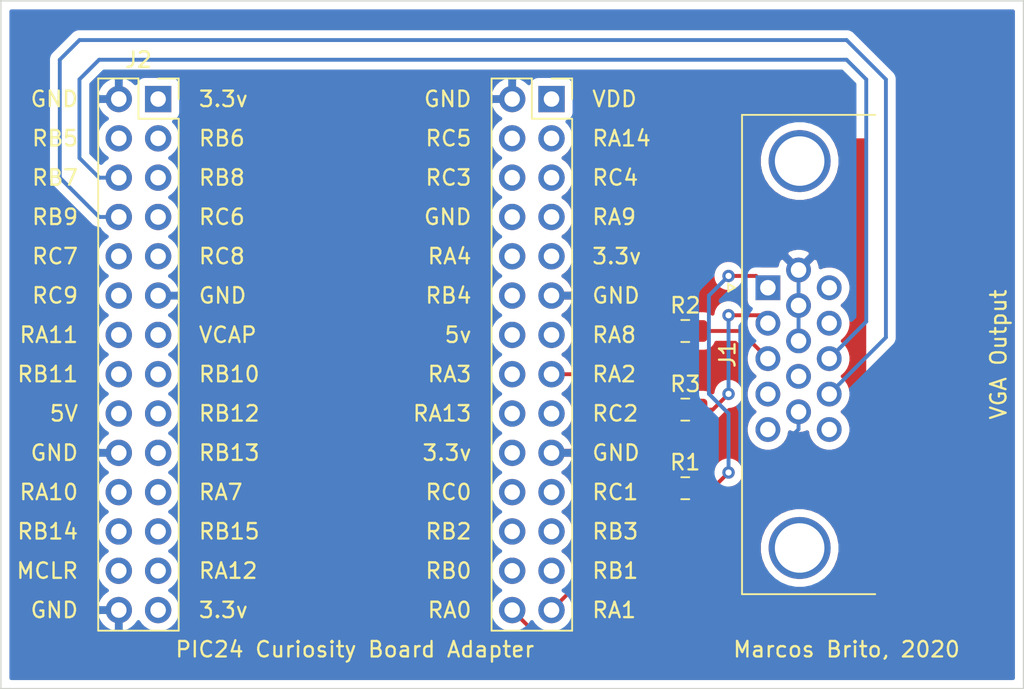
<source format=kicad_pcb>
(kicad_pcb (version 20171130) (host pcbnew "(5.1.5)-3")

  (general
    (thickness 1.6)
    (drawings 5)
    (tracks 48)
    (zones 0)
    (modules 5)
    (nets 10)
  )

  (page User 281.991 180.01)
  (title_block
    (title "VGA adaptor PIC24F Curiosity Board")
    (date 2020-05-06)
  )

  (layers
    (0 F.Cu signal)
    (31 B.Cu signal)
    (32 B.Adhes user)
    (33 F.Adhes user)
    (34 B.Paste user)
    (35 F.Paste user)
    (36 B.SilkS user)
    (37 F.SilkS user)
    (38 B.Mask user)
    (39 F.Mask user)
    (40 Dwgs.User user)
    (41 Cmts.User user)
    (42 Eco1.User user)
    (43 Eco2.User user)
    (44 Edge.Cuts user)
    (45 Margin user)
    (46 B.CrtYd user)
    (47 F.CrtYd user)
    (48 B.Fab user)
    (49 F.Fab user)
  )

  (setup
    (last_trace_width 0.25)
    (trace_clearance 0.2)
    (zone_clearance 0.508)
    (zone_45_only no)
    (trace_min 0.2)
    (via_size 0.8)
    (via_drill 0.4)
    (via_min_size 0.4)
    (via_min_drill 0.3)
    (uvia_size 0.3)
    (uvia_drill 0.1)
    (uvias_allowed no)
    (uvia_min_size 0.2)
    (uvia_min_drill 0.1)
    (edge_width 0.05)
    (segment_width 0.2)
    (pcb_text_width 0.3)
    (pcb_text_size 1.5 1.5)
    (mod_edge_width 0.12)
    (mod_text_size 1 1)
    (mod_text_width 0.15)
    (pad_size 1.524 1.524)
    (pad_drill 0.762)
    (pad_to_mask_clearance 0.051)
    (solder_mask_min_width 0.25)
    (aux_axis_origin 0 0)
    (visible_elements 7FFFFFFF)
    (pcbplotparams
      (layerselection 0x010e0_ffffffff)
      (usegerberextensions false)
      (usegerberattributes false)
      (usegerberadvancedattributes false)
      (creategerberjobfile false)
      (excludeedgelayer false)
      (linewidth 0.100000)
      (plotframeref true)
      (viasonmask false)
      (mode 1)
      (useauxorigin false)
      (hpglpennumber 1)
      (hpglpenspeed 20)
      (hpglpendiameter 15.000000)
      (psnegative false)
      (psa4output false)
      (plotreference true)
      (plotvalue true)
      (plotinvisibletext false)
      (padsonsilk false)
      (subtractmaskfromsilk false)
      (outputformat 4)
      (mirror false)
      (drillshape 0)
      (scaleselection 1)
      (outputdirectory "gerber_files/"))
  )

  (net 0 "")
  (net 1 V_SYNC)
  (net 2 H_SYNC)
  (net 3 GND)
  (net 4 BLUE)
  (net 5 GREEN)
  (net 6 RED)
  (net 7 "Net-(J2-Pad43)")
  (net 8 "Net-(J2-Pad55)")
  (net 9 "Net-(J2-Pad56)")

  (net_class Default "This is the default net class."
    (clearance 0.2)
    (trace_width 0.25)
    (via_dia 0.8)
    (via_drill 0.4)
    (uvia_dia 0.3)
    (uvia_drill 0.1)
    (add_net BLUE)
    (add_net GND)
    (add_net GREEN)
    (add_net H_SYNC)
    (add_net "Net-(J2-Pad43)")
    (add_net "Net-(J2-Pad55)")
    (add_net "Net-(J2-Pad56)")
    (add_net RED)
    (add_net V_SYNC)
  )

  (module custom:2xPinHeader_2x14_P2.54mm_Vertical locked (layer F.Cu) (tedit 5EF77B05) (tstamp 5EAF2C09)
    (at 113.03 68.58)
    (descr "2 blocks of through hole straight pin header, 2x14, 2.54mm pitch, double rows")
    (tags "Through hole pin header THT 2x14 2.54mm double row")
    (path /5EB69B1A)
    (fp_text reference J2 (at 1.27 -2.54) (layer F.SilkS)
      (effects (font (size 1 1) (thickness 0.15)))
    )
    (fp_text value "PIC24 Curiosity Board Adapter" (at 15.24 35.56) (layer F.SilkS)
      (effects (font (size 1 1) (thickness 0.15)))
    )
    (fp_text user GND (at 22.86 0) (layer F.SilkS)
      (effects (font (size 1 1) (thickness 0.15)) (justify right))
    )
    (fp_text user RC3 (at 22.86 5.08) (layer F.SilkS)
      (effects (font (size 1 1) (thickness 0.15)) (justify right))
    )
    (fp_text user RC5 (at 22.86 2.54) (layer F.SilkS)
      (effects (font (size 1 1) (thickness 0.15)) (justify right))
    )
    (fp_text user GND (at 22.86 7.62) (layer F.SilkS)
      (effects (font (size 1 1) (thickness 0.15)) (justify right))
    )
    (fp_text user RA4 (at 22.86 10.16) (layer F.SilkS)
      (effects (font (size 1 1) (thickness 0.15)) (justify right))
    )
    (fp_text user RC4 (at 30.48 5.08) (layer F.SilkS)
      (effects (font (size 1 1) (thickness 0.15)) (justify left))
    )
    (fp_text user RA14 (at 30.48 2.54) (layer F.SilkS)
      (effects (font (size 1 1) (thickness 0.15)) (justify left))
    )
    (fp_text user RB2 (at 22.86 27.94) (layer F.SilkS)
      (effects (font (size 1 1) (thickness 0.15)) (justify right))
    )
    (fp_text user RA0 (at 22.86 33.02) (layer F.SilkS)
      (effects (font (size 1 1) (thickness 0.15)) (justify right))
    )
    (fp_text user 5v (at 22.86 15.24) (layer F.SilkS)
      (effects (font (size 1 1) (thickness 0.15)) (justify right))
    )
    (fp_text user RB0 (at 22.86 30.48) (layer F.SilkS)
      (effects (font (size 1 1) (thickness 0.15)) (justify right))
    )
    (fp_text user VDD (at 30.48 0) (layer F.SilkS)
      (effects (font (size 1 1) (thickness 0.15)) (justify left))
    )
    (fp_text user RA9 (at 30.48 7.62) (layer F.SilkS)
      (effects (font (size 1 1) (thickness 0.15)) (justify left))
    )
    (fp_text user GND (at 30.48 12.7) (layer F.SilkS)
      (effects (font (size 1 1) (thickness 0.15)) (justify left))
    )
    (fp_text user RB4 (at 22.86 12.7) (layer F.SilkS)
      (effects (font (size 1 1) (thickness 0.15)) (justify right))
    )
    (fp_text user 3.3v (at 22.86 22.86) (layer F.SilkS)
      (effects (font (size 1 1) (thickness 0.15)) (justify right))
    )
    (fp_text user RA8 (at 30.48 15.24) (layer F.SilkS)
      (effects (font (size 1 1) (thickness 0.15)) (justify left))
    )
    (fp_text user RA13 (at 22.86 20.32) (layer F.SilkS)
      (effects (font (size 1 1) (thickness 0.15)) (justify right))
    )
    (fp_text user RC0 (at 22.86 25.4) (layer F.SilkS)
      (effects (font (size 1 1) (thickness 0.15)) (justify right))
    )
    (fp_text user RA3 (at 22.86 17.78) (layer F.SilkS)
      (effects (font (size 1 1) (thickness 0.15)) (justify right))
    )
    (fp_text user 3.3v (at 30.48 10.16) (layer F.SilkS)
      (effects (font (size 1 1) (thickness 0.15)) (justify left))
    )
    (fp_text user RB1 (at 30.48 30.48) (layer F.SilkS)
      (effects (font (size 1 1) (thickness 0.15)) (justify left))
    )
    (fp_text user RB3 (at 30.48 27.94) (layer F.SilkS)
      (effects (font (size 1 1) (thickness 0.15)) (justify left))
    )
    (fp_text user RC2 (at 30.48 20.32) (layer F.SilkS)
      (effects (font (size 1 1) (thickness 0.15)) (justify left))
    )
    (fp_text user RA2 (at 30.48 17.78) (layer F.SilkS)
      (effects (font (size 1 1) (thickness 0.15)) (justify left))
    )
    (fp_text user GND (at 30.48 22.86) (layer F.SilkS)
      (effects (font (size 1 1) (thickness 0.15)) (justify left))
    )
    (fp_text user RA1 (at 30.48 33.02) (layer F.SilkS)
      (effects (font (size 1 1) (thickness 0.15)) (justify left))
    )
    (fp_text user RC1 (at 30.48 25.4) (layer F.SilkS)
      (effects (font (size 1 1) (thickness 0.15)) (justify left))
    )
    (fp_text user RB13 (at 5.08 22.86) (layer F.SilkS)
      (effects (font (size 1 1) (thickness 0.15)) (justify left))
    )
    (fp_text user RB12 (at 5.08 20.32) (layer F.SilkS)
      (effects (font (size 1 1) (thickness 0.15)) (justify left))
    )
    (fp_text user RB10 (at 5.08 17.78) (layer F.SilkS)
      (effects (font (size 1 1) (thickness 0.15)) (justify left))
    )
    (fp_text user RA7 (at 5.08 25.4) (layer F.SilkS)
      (effects (font (size 1 1) (thickness 0.15)) (justify left))
    )
    (fp_text user RA12 (at 5.08 30.48) (layer F.SilkS)
      (effects (font (size 1 1) (thickness 0.15)) (justify left))
    )
    (fp_text user 3.3v (at 5.08 33.02) (layer F.SilkS)
      (effects (font (size 1 1) (thickness 0.15)) (justify left))
    )
    (fp_text user RB15 (at 5.08 27.94) (layer F.SilkS)
      (effects (font (size 1 1) (thickness 0.15)) (justify left))
    )
    (fp_text user VCAP (at 5.08 15.24) (layer F.SilkS)
      (effects (font (size 1 1) (thickness 0.15)) (justify left))
    )
    (fp_text user GND (at 5.08 12.7) (layer F.SilkS)
      (effects (font (size 1 1) (thickness 0.15)) (justify left))
    )
    (fp_text user RC8 (at 5.08 10.16) (layer F.SilkS)
      (effects (font (size 1 1) (thickness 0.15)) (justify left))
    )
    (fp_text user RC6 (at 5.08 7.62) (layer F.SilkS)
      (effects (font (size 1 1) (thickness 0.15)) (justify left))
    )
    (fp_text user RB8 (at 5.08 5.08) (layer F.SilkS)
      (effects (font (size 1 1) (thickness 0.15)) (justify left))
    )
    (fp_text user RB6 (at 5.08 2.54) (layer F.SilkS)
      (effects (font (size 1 1) (thickness 0.15)) (justify left))
    )
    (fp_text user 3.3v (at 5.08 0) (layer F.SilkS)
      (effects (font (size 1 1) (thickness 0.15)) (justify left))
    )
    (fp_text user MCLR (at -2.54 30.48) (layer F.SilkS)
      (effects (font (size 1 1) (thickness 0.15)) (justify right))
    )
    (fp_text user 5V (at -2.54 20.32) (layer F.SilkS)
      (effects (font (size 1 1) (thickness 0.15)) (justify right))
    )
    (fp_text user GND (at -2.54 33.02) (layer F.SilkS)
      (effects (font (size 1 1) (thickness 0.15)) (justify right))
    )
    (fp_text user RA10 (at -2.54 25.4) (layer F.SilkS)
      (effects (font (size 1 1) (thickness 0.15)) (justify right))
    )
    (fp_text user GND (at -2.54 22.86) (layer F.SilkS)
      (effects (font (size 1 1) (thickness 0.15)) (justify right))
    )
    (fp_text user RB14 (at -2.54 27.94) (layer F.SilkS)
      (effects (font (size 1 1) (thickness 0.15)) (justify right))
    )
    (fp_text user RB11 (at -2.54 17.78) (layer F.SilkS)
      (effects (font (size 1 1) (thickness 0.15)) (justify right))
    )
    (fp_text user RA11 (at -2.54 15.24) (layer F.SilkS)
      (effects (font (size 1 1) (thickness 0.15)) (justify right))
    )
    (fp_text user RC9 (at -2.54 12.7) (layer F.SilkS)
      (effects (font (size 1 1) (thickness 0.15)) (justify right))
    )
    (fp_text user RC7 (at -2.54 10.16) (layer F.SilkS)
      (effects (font (size 1 1) (thickness 0.15)) (justify right))
    )
    (fp_text user RB9 (at -2.54 7.62) (layer F.SilkS)
      (effects (font (size 1 1) (thickness 0.15)) (justify right))
    )
    (fp_text user RB7 (at -2.54 5.08) (layer F.SilkS)
      (effects (font (size 1 1) (thickness 0.15)) (justify right))
    )
    (fp_text user RB5 (at -2.54 2.54) (layer F.SilkS)
      (effects (font (size 1 1) (thickness 0.15)) (justify right))
    )
    (fp_text user GND (at -2.54 0) (layer F.SilkS)
      (effects (font (size 1 1) (thickness 0.15)) (justify right))
    )
    (fp_line (start 29.27 34.35) (end 24.07 34.35) (layer F.SilkS) (width 0.12))
    (fp_line (start 24.13 -1.27) (end 24.13 34.29) (layer F.Fab) (width 0.1))
    (fp_line (start 29.27 1.27) (end 26.67 1.27) (layer F.SilkS) (width 0.12))
    (fp_line (start 29.27 0) (end 29.27 -1.33) (layer F.SilkS) (width 0.12))
    (fp_line (start 29.75 -1.8) (end 23.6 -1.8) (layer F.CrtYd) (width 0.05))
    (fp_line (start 29.21 34.29) (end 29.21 0) (layer F.Fab) (width 0.1))
    (fp_line (start 29.21 0) (end 27.94 -1.27) (layer F.Fab) (width 0.1))
    (fp_line (start 23.6 -1.8) (end 23.6 34.8) (layer F.CrtYd) (width 0.05))
    (fp_line (start 24.13 34.29) (end 29.21 34.29) (layer F.Fab) (width 0.1))
    (fp_line (start 24.07 -1.33) (end 24.07 34.35) (layer F.SilkS) (width 0.12))
    (fp_line (start 26.67 1.27) (end 26.67 -1.33) (layer F.SilkS) (width 0.12))
    (fp_line (start 29.75 34.8) (end 29.75 -1.8) (layer F.CrtYd) (width 0.05))
    (fp_line (start 29.27 -1.33) (end 27.94 -1.33) (layer F.SilkS) (width 0.12))
    (fp_line (start 26.67 -1.33) (end 24.07 -1.33) (layer F.SilkS) (width 0.12))
    (fp_line (start 23.6 34.8) (end 29.75 34.8) (layer F.CrtYd) (width 0.05))
    (fp_line (start 29.27 1.27) (end 29.27 34.35) (layer F.SilkS) (width 0.12))
    (fp_line (start 27.94 -1.27) (end 24.13 -1.27) (layer F.Fab) (width 0.1))
    (fp_text user %R (at 13.97 17.78 90) (layer F.Fab)
      (effects (font (size 1 1) (thickness 0.15)))
    )
    (fp_line (start -1.81 -1.8) (end 4.34 -1.8) (layer F.CrtYd) (width 0.05))
    (fp_line (start 4.35 34.8) (end 4.35 -1.8) (layer F.CrtYd) (width 0.05))
    (fp_line (start -1.8 34.8) (end 4.35 34.8) (layer F.CrtYd) (width 0.05))
    (fp_line (start -1.8 -1.8) (end -1.8 34.8) (layer F.CrtYd) (width 0.05))
    (fp_line (start 3.87 -1.33) (end 2.54 -1.33) (layer F.SilkS) (width 0.12))
    (fp_line (start 3.87 0) (end 3.87 -1.33) (layer F.SilkS) (width 0.12))
    (fp_line (start 1.27 -1.33) (end -1.33 -1.33) (layer F.SilkS) (width 0.12))
    (fp_line (start 1.27 1.27) (end 1.27 -1.33) (layer F.SilkS) (width 0.12))
    (fp_line (start 3.87 1.27) (end 1.27 1.27) (layer F.SilkS) (width 0.12))
    (fp_line (start -1.33 -1.33) (end -1.33 34.35) (layer F.SilkS) (width 0.12))
    (fp_line (start 3.87 1.27) (end 3.87 34.35) (layer F.SilkS) (width 0.12))
    (fp_line (start 3.87 34.35) (end -1.33 34.35) (layer F.SilkS) (width 0.12))
    (fp_line (start 3.81 0) (end 2.54 -1.27) (layer F.Fab) (width 0.1))
    (fp_line (start 3.81 34.29) (end 3.81 0) (layer F.Fab) (width 0.1))
    (fp_line (start -1.27 34.29) (end 3.81 34.29) (layer F.Fab) (width 0.1))
    (fp_line (start -1.27 -1.27) (end -1.27 34.29) (layer F.Fab) (width 0.1))
    (fp_line (start 2.54 -1.27) (end -1.27 -1.27) (layer F.Fab) (width 0.1))
    (pad 46 thru_hole oval (at 25.4 20.32) (size 1.7 1.7) (drill 1) (layers *.Cu *.Mask))
    (pad 47 thru_hole oval (at 27.94 22.86) (size 1.7 1.7) (drill 1) (layers *.Cu *.Mask)
      (net 3 GND))
    (pad 51 thru_hole oval (at 27.94 27.94) (size 1.7 1.7) (drill 1) (layers *.Cu *.Mask))
    (pad 52 thru_hole oval (at 25.4 27.94) (size 1.7 1.7) (drill 1) (layers *.Cu *.Mask))
    (pad 48 thru_hole oval (at 25.4 22.86) (size 1.7 1.7) (drill 1) (layers *.Cu *.Mask))
    (pad 54 thru_hole oval (at 25.4 30.48) (size 1.7 1.7) (drill 1) (layers *.Cu *.Mask))
    (pad 38 thru_hole oval (at 25.4 10.16) (size 1.7 1.7) (drill 1) (layers *.Cu *.Mask))
    (pad 37 thru_hole oval (at 27.94 10.16) (size 1.7 1.7) (drill 1) (layers *.Cu *.Mask))
    (pad 50 thru_hole oval (at 25.4 25.4) (size 1.7 1.7) (drill 1) (layers *.Cu *.Mask))
    (pad 44 thru_hole oval (at 25.4 17.78) (size 1.7 1.7) (drill 1) (layers *.Cu *.Mask))
    (pad 40 thru_hole oval (at 25.4 12.7) (size 1.7 1.7) (drill 1) (layers *.Cu *.Mask))
    (pad 41 thru_hole oval (at 27.94 15.24) (size 1.7 1.7) (drill 1) (layers *.Cu *.Mask))
    (pad 43 thru_hole oval (at 27.94 17.78) (size 1.7 1.7) (drill 1) (layers *.Cu *.Mask)
      (net 7 "Net-(J2-Pad43)"))
    (pad 53 thru_hole oval (at 27.94 30.48) (size 1.7 1.7) (drill 1) (layers *.Cu *.Mask))
    (pad 45 thru_hole oval (at 27.94 20.32) (size 1.7 1.7) (drill 1) (layers *.Cu *.Mask))
    (pad 36 thru_hole oval (at 25.4 7.62) (size 1.7 1.7) (drill 1) (layers *.Cu *.Mask))
    (pad 42 thru_hole oval (at 25.4 15.24) (size 1.7 1.7) (drill 1) (layers *.Cu *.Mask))
    (pad 55 thru_hole oval (at 27.94 33.02) (size 1.7 1.7) (drill 1) (layers *.Cu *.Mask)
      (net 8 "Net-(J2-Pad55)"))
    (pad 56 thru_hole oval (at 25.4 33.02) (size 1.7 1.7) (drill 1) (layers *.Cu *.Mask)
      (net 9 "Net-(J2-Pad56)"))
    (pad 39 thru_hole oval (at 27.94 12.7) (size 1.7 1.7) (drill 1) (layers *.Cu *.Mask)
      (net 3 GND))
    (pad 49 thru_hole oval (at 27.94 25.4) (size 1.7 1.7) (drill 1) (layers *.Cu *.Mask))
    (pad 34 thru_hole oval (at 25.4 5.08) (size 1.7 1.7) (drill 1) (layers *.Cu *.Mask))
    (pad 35 thru_hole oval (at 27.94 7.62) (size 1.7 1.7) (drill 1) (layers *.Cu *.Mask))
    (pad 29 thru_hole rect (at 27.94 0) (size 1.7 1.7) (drill 1) (layers *.Cu *.Mask))
    (pad 30 thru_hole oval (at 25.4 0) (size 1.7 1.7) (drill 1) (layers *.Cu *.Mask)
      (net 3 GND))
    (pad 31 thru_hole oval (at 27.94 2.54) (size 1.7 1.7) (drill 1) (layers *.Cu *.Mask))
    (pad 32 thru_hole oval (at 25.4 2.54) (size 1.7 1.7) (drill 1) (layers *.Cu *.Mask))
    (pad 33 thru_hole oval (at 27.94 5.08) (size 1.7 1.7) (drill 1) (layers *.Cu *.Mask))
    (pad 28 thru_hole oval (at 0 33.02) (size 1.7 1.7) (drill 1) (layers *.Cu *.Mask)
      (net 3 GND))
    (pad 27 thru_hole oval (at 2.54 33.02) (size 1.7 1.7) (drill 1) (layers *.Cu *.Mask))
    (pad 26 thru_hole oval (at 0 30.48) (size 1.7 1.7) (drill 1) (layers *.Cu *.Mask))
    (pad 25 thru_hole oval (at 2.54 30.48) (size 1.7 1.7) (drill 1) (layers *.Cu *.Mask))
    (pad 24 thru_hole oval (at 0 27.94) (size 1.7 1.7) (drill 1) (layers *.Cu *.Mask))
    (pad 23 thru_hole oval (at 2.54 27.94) (size 1.7 1.7) (drill 1) (layers *.Cu *.Mask))
    (pad 22 thru_hole oval (at 0 25.4) (size 1.7 1.7) (drill 1) (layers *.Cu *.Mask))
    (pad 21 thru_hole oval (at 2.54 25.4) (size 1.7 1.7) (drill 1) (layers *.Cu *.Mask))
    (pad 20 thru_hole oval (at 0 22.86) (size 1.7 1.7) (drill 1) (layers *.Cu *.Mask)
      (net 3 GND))
    (pad 19 thru_hole oval (at 2.54 22.86) (size 1.7 1.7) (drill 1) (layers *.Cu *.Mask))
    (pad 18 thru_hole oval (at 0 20.32) (size 1.7 1.7) (drill 1) (layers *.Cu *.Mask))
    (pad 17 thru_hole oval (at 2.54 20.32) (size 1.7 1.7) (drill 1) (layers *.Cu *.Mask))
    (pad 16 thru_hole oval (at 0 17.78) (size 1.7 1.7) (drill 1) (layers *.Cu *.Mask))
    (pad 15 thru_hole oval (at 2.54 17.78) (size 1.7 1.7) (drill 1) (layers *.Cu *.Mask))
    (pad 14 thru_hole oval (at 0 15.24) (size 1.7 1.7) (drill 1) (layers *.Cu *.Mask))
    (pad 13 thru_hole oval (at 2.54 15.24) (size 1.7 1.7) (drill 1) (layers *.Cu *.Mask))
    (pad 12 thru_hole oval (at 0 12.7) (size 1.7 1.7) (drill 1) (layers *.Cu *.Mask))
    (pad 11 thru_hole oval (at 2.54 12.7) (size 1.7 1.7) (drill 1) (layers *.Cu *.Mask)
      (net 3 GND))
    (pad 10 thru_hole oval (at 0 10.16) (size 1.7 1.7) (drill 1) (layers *.Cu *.Mask))
    (pad 9 thru_hole oval (at 2.54 10.16) (size 1.7 1.7) (drill 1) (layers *.Cu *.Mask))
    (pad 8 thru_hole oval (at 0 7.62) (size 1.7 1.7) (drill 1) (layers *.Cu *.Mask)
      (net 1 V_SYNC))
    (pad 7 thru_hole oval (at 2.54 7.62) (size 1.7 1.7) (drill 1) (layers *.Cu *.Mask))
    (pad 6 thru_hole oval (at 0 5.08) (size 1.7 1.7) (drill 1) (layers *.Cu *.Mask)
      (net 2 H_SYNC))
    (pad 5 thru_hole oval (at 2.54 5.08) (size 1.7 1.7) (drill 1) (layers *.Cu *.Mask))
    (pad 4 thru_hole oval (at 0 2.54) (size 1.7 1.7) (drill 1) (layers *.Cu *.Mask))
    (pad 3 thru_hole oval (at 2.54 2.54) (size 1.7 1.7) (drill 1) (layers *.Cu *.Mask))
    (pad 2 thru_hole oval (at 0 0) (size 1.7 1.7) (drill 1) (layers *.Cu *.Mask)
      (net 3 GND))
    (pad 1 thru_hole rect (at 2.54 0) (size 1.7 1.7) (drill 1) (layers *.Cu *.Mask))
    (model ${KIPRJMOD}/pins.wrl
      (at (xyz 0 0 0))
      (scale (xyz 1 1 1))
      (rotate (xyz 0 0 0))
    )
  )

  (module Resistor_SMD:R_0805_2012Metric (layer F.Cu) (tedit 5B36C52B) (tstamp 5EB2F4E6)
    (at 149.606 88.646)
    (descr "Resistor SMD 0805 (2012 Metric), square (rectangular) end terminal, IPC_7351 nominal, (Body size source: https://docs.google.com/spreadsheets/d/1BsfQQcO9C6DZCsRaXUlFlo91Tg2WpOkGARC1WS5S8t0/edit?usp=sharing), generated with kicad-footprint-generator")
    (tags resistor)
    (path /5EB2F090)
    (attr smd)
    (fp_text reference R3 (at 0 -1.65) (layer F.SilkS)
      (effects (font (size 1 1) (thickness 0.15)))
    )
    (fp_text value 470 (at 0 1.65) (layer F.Fab)
      (effects (font (size 1 1) (thickness 0.15)))
    )
    (fp_text user %R (at 0 0) (layer F.Fab)
      (effects (font (size 0.5 0.5) (thickness 0.08)))
    )
    (fp_line (start 1.68 0.95) (end -1.68 0.95) (layer F.CrtYd) (width 0.05))
    (fp_line (start 1.68 -0.95) (end 1.68 0.95) (layer F.CrtYd) (width 0.05))
    (fp_line (start -1.68 -0.95) (end 1.68 -0.95) (layer F.CrtYd) (width 0.05))
    (fp_line (start -1.68 0.95) (end -1.68 -0.95) (layer F.CrtYd) (width 0.05))
    (fp_line (start -0.258578 0.71) (end 0.258578 0.71) (layer F.SilkS) (width 0.12))
    (fp_line (start -0.258578 -0.71) (end 0.258578 -0.71) (layer F.SilkS) (width 0.12))
    (fp_line (start 1 0.6) (end -1 0.6) (layer F.Fab) (width 0.1))
    (fp_line (start 1 -0.6) (end 1 0.6) (layer F.Fab) (width 0.1))
    (fp_line (start -1 -0.6) (end 1 -0.6) (layer F.Fab) (width 0.1))
    (fp_line (start -1 0.6) (end -1 -0.6) (layer F.Fab) (width 0.1))
    (pad 2 smd roundrect (at 0.9375 0) (size 0.975 1.4) (layers F.Cu F.Paste F.Mask) (roundrect_rratio 0.25)
      (net 5 GREEN))
    (pad 1 smd roundrect (at -0.9375 0) (size 0.975 1.4) (layers F.Cu F.Paste F.Mask) (roundrect_rratio 0.25)
      (net 8 "Net-(J2-Pad55)"))
    (model ${KISYS3DMOD}/Resistor_SMD.3dshapes/R_0805_2012Metric.wrl
      (at (xyz 0 0 0))
      (scale (xyz 1 1 1))
      (rotate (xyz 0 0 0))
    )
  )

  (module Resistor_SMD:R_0805_2012Metric (layer F.Cu) (tedit 5B36C52B) (tstamp 5EB2F4D5)
    (at 149.606 83.566)
    (descr "Resistor SMD 0805 (2012 Metric), square (rectangular) end terminal, IPC_7351 nominal, (Body size source: https://docs.google.com/spreadsheets/d/1BsfQQcO9C6DZCsRaXUlFlo91Tg2WpOkGARC1WS5S8t0/edit?usp=sharing), generated with kicad-footprint-generator")
    (tags resistor)
    (path /5EB31035)
    (attr smd)
    (fp_text reference R2 (at 0 -1.65) (layer F.SilkS)
      (effects (font (size 1 1) (thickness 0.15)))
    )
    (fp_text value 470 (at 0 1.65) (layer F.Fab)
      (effects (font (size 1 1) (thickness 0.15)))
    )
    (fp_text user %R (at 0 0) (layer F.Fab)
      (effects (font (size 0.5 0.5) (thickness 0.08)))
    )
    (fp_line (start 1.68 0.95) (end -1.68 0.95) (layer F.CrtYd) (width 0.05))
    (fp_line (start 1.68 -0.95) (end 1.68 0.95) (layer F.CrtYd) (width 0.05))
    (fp_line (start -1.68 -0.95) (end 1.68 -0.95) (layer F.CrtYd) (width 0.05))
    (fp_line (start -1.68 0.95) (end -1.68 -0.95) (layer F.CrtYd) (width 0.05))
    (fp_line (start -0.258578 0.71) (end 0.258578 0.71) (layer F.SilkS) (width 0.12))
    (fp_line (start -0.258578 -0.71) (end 0.258578 -0.71) (layer F.SilkS) (width 0.12))
    (fp_line (start 1 0.6) (end -1 0.6) (layer F.Fab) (width 0.1))
    (fp_line (start 1 -0.6) (end 1 0.6) (layer F.Fab) (width 0.1))
    (fp_line (start -1 -0.6) (end 1 -0.6) (layer F.Fab) (width 0.1))
    (fp_line (start -1 0.6) (end -1 -0.6) (layer F.Fab) (width 0.1))
    (pad 2 smd roundrect (at 0.9375 0) (size 0.975 1.4) (layers F.Cu F.Paste F.Mask) (roundrect_rratio 0.25)
      (net 4 BLUE))
    (pad 1 smd roundrect (at -0.9375 0) (size 0.975 1.4) (layers F.Cu F.Paste F.Mask) (roundrect_rratio 0.25)
      (net 7 "Net-(J2-Pad43)"))
    (model ${KISYS3DMOD}/Resistor_SMD.3dshapes/R_0805_2012Metric.wrl
      (at (xyz 0 0 0))
      (scale (xyz 1 1 1))
      (rotate (xyz 0 0 0))
    )
  )

  (module Resistor_SMD:R_0805_2012Metric (layer F.Cu) (tedit 5B36C52B) (tstamp 5EB2F4C4)
    (at 149.606 93.726 180)
    (descr "Resistor SMD 0805 (2012 Metric), square (rectangular) end terminal, IPC_7351 nominal, (Body size source: https://docs.google.com/spreadsheets/d/1BsfQQcO9C6DZCsRaXUlFlo91Tg2WpOkGARC1WS5S8t0/edit?usp=sharing), generated with kicad-footprint-generator")
    (tags resistor)
    (path /5EB31D4E)
    (attr smd)
    (fp_text reference R1 (at 0.01016 1.67132) (layer F.SilkS)
      (effects (font (size 1 1) (thickness 0.15)))
    )
    (fp_text value 470 (at -0.0381 -1.79578) (layer F.Fab)
      (effects (font (size 1 1) (thickness 0.15)))
    )
    (fp_text user %R (at 0 0) (layer F.Fab)
      (effects (font (size 0.5 0.5) (thickness 0.08)))
    )
    (fp_line (start 1.68 0.95) (end -1.68 0.95) (layer F.CrtYd) (width 0.05))
    (fp_line (start 1.68 -0.95) (end 1.68 0.95) (layer F.CrtYd) (width 0.05))
    (fp_line (start -1.68 -0.95) (end 1.68 -0.95) (layer F.CrtYd) (width 0.05))
    (fp_line (start -1.68 0.95) (end -1.68 -0.95) (layer F.CrtYd) (width 0.05))
    (fp_line (start -0.258578 0.71) (end 0.258578 0.71) (layer F.SilkS) (width 0.12))
    (fp_line (start -0.258578 -0.71) (end 0.258578 -0.71) (layer F.SilkS) (width 0.12))
    (fp_line (start 1 0.6) (end -1 0.6) (layer F.Fab) (width 0.1))
    (fp_line (start 1 -0.6) (end 1 0.6) (layer F.Fab) (width 0.1))
    (fp_line (start -1 -0.6) (end 1 -0.6) (layer F.Fab) (width 0.1))
    (fp_line (start -1 0.6) (end -1 -0.6) (layer F.Fab) (width 0.1))
    (pad 2 smd roundrect (at 0.9375 0 180) (size 0.975 1.4) (layers F.Cu F.Paste F.Mask) (roundrect_rratio 0.25)
      (net 9 "Net-(J2-Pad56)"))
    (pad 1 smd roundrect (at -0.9375 0 180) (size 0.975 1.4) (layers F.Cu F.Paste F.Mask) (roundrect_rratio 0.25)
      (net 6 RED))
    (model ${KISYS3DMOD}/Resistor_SMD.3dshapes/R_0805_2012Metric.wrl
      (at (xyz 0 0 0))
      (scale (xyz 1 1 1))
      (rotate (xyz 0 0 0))
    )
  )

  (module Connector_Dsub:DSUB-15-HD_Female_Horizontal_P2.29x1.98mm_EdgePinOffset3.03mm_Housed_MountingHolesOffset4.94mm (layer F.Cu) (tedit 59FEDEE2) (tstamp 5EAF4B5E)
    (at 154.94 80.772 90)
    (descr "15-pin D-Sub connector, horizontal/angled (90 deg), THT-mount, female, pitch 2.29x1.98mm, pin-PCB-offset 3.0300000000000002mm, distance of mounting holes 25mm, distance of mounting holes to PCB edge 4.9399999999999995mm, see https://disti-assets.s3.amazonaws.com/tonar/files/datasheets/16730.pdf")
    (tags "15-pin D-Sub connector horizontal angled 90deg THT female pitch 2.29x1.98mm pin-PCB-offset 3.0300000000000002mm mounting-holes-distance 25mm mounting-hole-offset 25mm")
    (path /5EBA3C45)
    (fp_text reference J1 (at -4.315 -2.61 90) (layer F.SilkS)
      (effects (font (size 1 1) (thickness 0.15)))
    )
    (fp_text value "VGA Output" (at -4.315 14.89 90) (layer F.SilkS)
      (effects (font (size 1 1) (thickness 0.15)))
    )
    (fp_text user %R (at -4.315 10.39 90) (layer F.Fab)
      (effects (font (size 1 1) (thickness 0.15)))
    )
    (fp_line (start 11.65 -2.15) (end -20.25 -2.15) (layer F.CrtYd) (width 0.05))
    (fp_line (start 11.65 13.9) (end 11.65 -2.15) (layer F.CrtYd) (width 0.05))
    (fp_line (start -20.25 13.9) (end 11.65 13.9) (layer F.CrtYd) (width 0.05))
    (fp_line (start -20.25 -2.15) (end -20.25 13.9) (layer F.CrtYd) (width 0.05))
    (fp_line (start 0 -2.131325) (end -0.25 -2.564338) (layer F.SilkS) (width 0.12))
    (fp_line (start 0.25 -2.564338) (end 0 -2.131325) (layer F.SilkS) (width 0.12))
    (fp_line (start -0.25 -2.564338) (end 0.25 -2.564338) (layer F.SilkS) (width 0.12))
    (fp_line (start 11.17 -1.67) (end 11.17 6.93) (layer F.SilkS) (width 0.12))
    (fp_line (start -19.8 -1.67) (end 11.17 -1.67) (layer F.SilkS) (width 0.12))
    (fp_line (start -19.8 6.93) (end -19.8 -1.67) (layer F.SilkS) (width 0.12))
    (fp_line (start 9.785 6.99) (end 9.785 2.05) (layer F.Fab) (width 0.1))
    (fp_line (start 6.585 6.99) (end 6.585 2.05) (layer F.Fab) (width 0.1))
    (fp_line (start -15.215 6.99) (end -15.215 2.05) (layer F.Fab) (width 0.1))
    (fp_line (start -18.415 6.99) (end -18.415 2.05) (layer F.Fab) (width 0.1))
    (fp_line (start 10.685 7.39) (end 5.685 7.39) (layer F.Fab) (width 0.1))
    (fp_line (start 10.685 12.39) (end 10.685 7.39) (layer F.Fab) (width 0.1))
    (fp_line (start 5.685 12.39) (end 10.685 12.39) (layer F.Fab) (width 0.1))
    (fp_line (start 5.685 7.39) (end 5.685 12.39) (layer F.Fab) (width 0.1))
    (fp_line (start -14.315 7.39) (end -19.315 7.39) (layer F.Fab) (width 0.1))
    (fp_line (start -14.315 12.39) (end -14.315 7.39) (layer F.Fab) (width 0.1))
    (fp_line (start -19.315 12.39) (end -14.315 12.39) (layer F.Fab) (width 0.1))
    (fp_line (start -19.315 7.39) (end -19.315 12.39) (layer F.Fab) (width 0.1))
    (fp_line (start 3.835 7.39) (end -12.465 7.39) (layer F.Fab) (width 0.1))
    (fp_line (start 3.835 13.39) (end 3.835 7.39) (layer F.Fab) (width 0.1))
    (fp_line (start -12.465 13.39) (end 3.835 13.39) (layer F.Fab) (width 0.1))
    (fp_line (start -12.465 7.39) (end -12.465 13.39) (layer F.Fab) (width 0.1))
    (fp_line (start 11.11 6.99) (end -19.74 6.99) (layer F.Fab) (width 0.1))
    (fp_line (start 11.11 7.39) (end 11.11 6.99) (layer F.Fab) (width 0.1))
    (fp_line (start -19.74 7.39) (end 11.11 7.39) (layer F.Fab) (width 0.1))
    (fp_line (start -19.74 6.99) (end -19.74 7.39) (layer F.Fab) (width 0.1))
    (fp_line (start 11.11 -1.61) (end -19.74 -1.61) (layer F.Fab) (width 0.1))
    (fp_line (start 11.11 6.99) (end 11.11 -1.61) (layer F.Fab) (width 0.1))
    (fp_line (start -19.74 6.99) (end 11.11 6.99) (layer F.Fab) (width 0.1))
    (fp_line (start -19.74 -1.61) (end -19.74 6.99) (layer F.Fab) (width 0.1))
    (fp_arc (start 8.185 2.05) (end 6.585 2.05) (angle 180) (layer F.Fab) (width 0.1))
    (fp_arc (start -16.815 2.05) (end -18.415 2.05) (angle 180) (layer F.Fab) (width 0.1))
    (pad 0 thru_hole circle (at 8.185 2.05 90) (size 4 4) (drill 3.2) (layers *.Cu *.Mask))
    (pad 0 thru_hole circle (at -16.815 2.05 90) (size 4 4) (drill 3.2) (layers *.Cu *.Mask))
    (pad 15 thru_hole circle (at -9.16 3.96 90) (size 1.6 1.6) (drill 1) (layers *.Cu *.Mask))
    (pad 14 thru_hole circle (at -6.87 3.96 90) (size 1.6 1.6) (drill 1) (layers *.Cu *.Mask)
      (net 1 V_SYNC))
    (pad 13 thru_hole circle (at -4.58 3.96 90) (size 1.6 1.6) (drill 1) (layers *.Cu *.Mask)
      (net 2 H_SYNC))
    (pad 12 thru_hole circle (at -2.29 3.96 90) (size 1.6 1.6) (drill 1) (layers *.Cu *.Mask))
    (pad 11 thru_hole circle (at 0 3.96 90) (size 1.6 1.6) (drill 1) (layers *.Cu *.Mask))
    (pad 10 thru_hole circle (at -8.015 1.98 90) (size 1.6 1.6) (drill 1) (layers *.Cu *.Mask)
      (net 3 GND))
    (pad 9 thru_hole circle (at -5.725 1.98 90) (size 1.6 1.6) (drill 1) (layers *.Cu *.Mask))
    (pad 8 thru_hole circle (at -3.435 1.98 90) (size 1.6 1.6) (drill 1) (layers *.Cu *.Mask)
      (net 3 GND))
    (pad 7 thru_hole circle (at -1.145 1.98 90) (size 1.6 1.6) (drill 1) (layers *.Cu *.Mask)
      (net 3 GND))
    (pad 6 thru_hole circle (at 1.145 1.98 90) (size 1.6 1.6) (drill 1) (layers *.Cu *.Mask)
      (net 3 GND))
    (pad 5 thru_hole circle (at -9.16 0 90) (size 1.6 1.6) (drill 1) (layers *.Cu *.Mask))
    (pad 4 thru_hole circle (at -6.87 0 90) (size 1.6 1.6) (drill 1) (layers *.Cu *.Mask))
    (pad 3 thru_hole circle (at -4.58 0 90) (size 1.6 1.6) (drill 1) (layers *.Cu *.Mask)
      (net 4 BLUE))
    (pad 2 thru_hole circle (at -2.29 0 90) (size 1.6 1.6) (drill 1) (layers *.Cu *.Mask)
      (net 5 GREEN))
    (pad 1 thru_hole rect (at 0 0 90) (size 1.6 1.6) (drill 1) (layers *.Cu *.Mask)
      (net 6 RED))
    (model ${KISYS3DMOD}/Connector_Dsub.3dshapes/DSUB-15-HD_Female_Horizontal_P2.29x1.98mm_EdgePinOffset3.03mm_Housed_MountingHolesOffset4.94mm.wrl
      (at (xyz 0 0 0))
      (scale (xyz 1 1 1))
      (rotate (xyz 0 0 0))
    )
  )

  (gr_line (start 105.41 62.23) (end 171.45 62.23) (layer Edge.Cuts) (width 0.1))
  (gr_line (start 105.41 106.68) (end 105.41 62.23) (layer Edge.Cuts) (width 0.1))
  (gr_line (start 171.45 62.23) (end 171.45 106.68) (layer Edge.Cuts) (width 0.1))
  (gr_line (start 171.45 106.68) (end 105.41 106.68) (layer Edge.Cuts) (width 0.1))
  (gr_text "Marcos Brito, 2020" (at 160.02 104.14) (layer F.SilkS)
    (effects (font (size 1 1) (thickness 0.15)))
  )

  (segment (start 162.56 67.31) (end 162.56 83.982) (width 0.25) (layer B.Cu) (net 1))
  (segment (start 111.76 76.2) (end 109.22 73.66) (width 0.25) (layer B.Cu) (net 1))
  (segment (start 113.03 76.2) (end 111.76 76.2) (width 0.25) (layer B.Cu) (net 1))
  (segment (start 162.56 83.982) (end 158.9 87.642) (width 0.25) (layer B.Cu) (net 1))
  (segment (start 109.22 73.66) (end 109.22 66.04) (width 0.25) (layer B.Cu) (net 1))
  (segment (start 160.02 64.77) (end 162.56 67.31) (width 0.25) (layer B.Cu) (net 1))
  (segment (start 110.49 64.77) (end 160.02 64.77) (width 0.25) (layer B.Cu) (net 1))
  (segment (start 109.22 66.04) (end 110.49 64.77) (width 0.25) (layer B.Cu) (net 1))
  (segment (start 161.29 67.31) (end 161.29 82.962) (width 0.25) (layer B.Cu) (net 2))
  (segment (start 160.02 66.04) (end 161.29 67.31) (width 0.25) (layer B.Cu) (net 2))
  (segment (start 111.76 73.66) (end 110.49 72.39) (width 0.25) (layer B.Cu) (net 2))
  (segment (start 113.03 73.66) (end 111.76 73.66) (width 0.25) (layer B.Cu) (net 2))
  (segment (start 110.49 67.31) (end 111.76 66.04) (width 0.25) (layer B.Cu) (net 2))
  (segment (start 161.29 82.962) (end 158.9 85.352) (width 0.25) (layer B.Cu) (net 2))
  (segment (start 110.49 72.39) (end 110.49 67.31) (width 0.25) (layer B.Cu) (net 2))
  (segment (start 111.76 66.04) (end 160.02 66.04) (width 0.25) (layer B.Cu) (net 2))
  (segment (start 156.92 79.627) (end 156.92 81.917) (width 0.25) (layer B.Cu) (net 3))
  (segment (start 156.92 81.917) (end 156.92 84.207) (width 0.25) (layer B.Cu) (net 3))
  (segment (start 156.92 89.91837) (end 156.21 90.62837) (width 0.25) (layer B.Cu) (net 3))
  (segment (start 156.92 88.787) (end 156.92 89.91837) (width 0.25) (layer B.Cu) (net 3))
  (segment (start 153.154 83.566) (end 154.94 85.352) (width 0.25) (layer F.Cu) (net 4))
  (segment (start 150.5435 83.566) (end 153.154 83.566) (width 0.25) (layer F.Cu) (net 4))
  (via (at 152.4 87.63) (size 0.8) (drill 0.4) (layers F.Cu B.Cu) (net 5))
  (via (at 152.4 82.55) (size 0.8) (drill 0.4) (layers F.Cu B.Cu) (net 5))
  (segment (start 151.384 88.646) (end 152.4 87.63) (width 0.25) (layer F.Cu) (net 5))
  (segment (start 150.5435 88.646) (end 151.384 88.646) (width 0.25) (layer F.Cu) (net 5))
  (segment (start 152.4 87.63) (end 152.4 82.55) (width 0.25) (layer B.Cu) (net 5))
  (segment (start 154.428 82.55) (end 154.94 83.062) (width 0.25) (layer F.Cu) (net 5))
  (segment (start 152.4 82.55) (end 154.428 82.55) (width 0.25) (layer F.Cu) (net 5))
  (via (at 152.4 92.71) (size 0.8) (drill 0.4) (layers F.Cu B.Cu) (net 6))
  (via (at 152.4 80.01) (size 0.8) (drill 0.4) (layers F.Cu B.Cu) (net 6))
  (segment (start 150.5435 93.726) (end 151.384 93.726) (width 0.25) (layer F.Cu) (net 6))
  (segment (start 151.384 93.726) (end 152.4 92.71) (width 0.25) (layer F.Cu) (net 6))
  (segment (start 152.4 92.71) (end 152.4 88.9) (width 0.25) (layer B.Cu) (net 6))
  (segment (start 152.4 88.9) (end 151.13 87.63) (width 0.25) (layer B.Cu) (net 6))
  (segment (start 151.13 87.63) (end 151.13 81.28) (width 0.25) (layer B.Cu) (net 6))
  (segment (start 151.13 81.28) (end 152.4 80.01) (width 0.25) (layer B.Cu) (net 6))
  (segment (start 154.178 80.01) (end 154.94 80.772) (width 0.25) (layer F.Cu) (net 6))
  (segment (start 152.4 80.01) (end 154.178 80.01) (width 0.25) (layer F.Cu) (net 6))
  (segment (start 145.8745 86.36) (end 148.6685 83.566) (width 0.25) (layer F.Cu) (net 7))
  (segment (start 140.97 86.36) (end 145.8745 86.36) (width 0.25) (layer F.Cu) (net 7))
  (segment (start 148.6685 88.646) (end 144.78 92.5345) (width 0.25) (layer F.Cu) (net 8))
  (segment (start 144.78 97.79) (end 140.97 101.6) (width 0.25) (layer F.Cu) (net 8))
  (segment (start 144.78 92.5345) (end 144.78 97.79) (width 0.25) (layer F.Cu) (net 8))
  (segment (start 148.6685 93.726) (end 148.6685 98.9815) (width 0.25) (layer F.Cu) (net 9))
  (segment (start 148.6685 98.9815) (end 143.51 104.14) (width 0.25) (layer F.Cu) (net 9))
  (segment (start 140.97 104.14) (end 138.43 101.6) (width 0.25) (layer F.Cu) (net 9))
  (segment (start 143.51 104.14) (end 140.97 104.14) (width 0.25) (layer F.Cu) (net 9))

  (zone (net 3) (net_name GND) (layer B.Cu) (tstamp 5EF80249) (hatch edge 0.508)
    (connect_pads (clearance 0.508))
    (min_thickness 0.254)
    (fill yes (arc_segments 32) (thermal_gap 0.508) (thermal_bridge_width 0.508))
    (polygon
      (pts
        (xy 171.45 106.68) (xy 105.41 106.68) (xy 105.41 62.23) (xy 171.45 62.23)
      )
    )
    (filled_polygon
      (pts
        (xy 170.765001 105.995) (xy 106.095 105.995) (xy 106.095 101.95689) (xy 111.588524 101.95689) (xy 111.633175 102.104099)
        (xy 111.758359 102.36692) (xy 111.932412 102.600269) (xy 112.148645 102.795178) (xy 112.398748 102.944157) (xy 112.673109 103.041481)
        (xy 112.903 102.920814) (xy 112.903 101.727) (xy 111.709845 101.727) (xy 111.588524 101.95689) (xy 106.095 101.95689)
        (xy 106.095 66.04) (xy 108.456324 66.04) (xy 108.460001 66.077332) (xy 108.46 73.622678) (xy 108.456324 73.66)
        (xy 108.46 73.697322) (xy 108.46 73.697332) (xy 108.470997 73.808985) (xy 108.514454 73.952246) (xy 108.585026 74.084276)
        (xy 108.624871 74.132826) (xy 108.679999 74.200001) (xy 108.709003 74.223804) (xy 111.196205 76.711008) (xy 111.219999 76.740001)
        (xy 111.248992 76.763795) (xy 111.248996 76.763799) (xy 111.319685 76.821811) (xy 111.335724 76.834974) (xy 111.467753 76.905546)
        (xy 111.611014 76.949003) (xy 111.722667 76.96) (xy 111.722676 76.96) (xy 111.753875 76.963073) (xy 111.876525 77.146632)
        (xy 112.083368 77.353475) (xy 112.25776 77.47) (xy 112.083368 77.586525) (xy 111.876525 77.793368) (xy 111.71401 78.036589)
        (xy 111.602068 78.306842) (xy 111.545 78.59374) (xy 111.545 78.88626) (xy 111.602068 79.173158) (xy 111.71401 79.443411)
        (xy 111.876525 79.686632) (xy 112.083368 79.893475) (xy 112.25776 80.01) (xy 112.083368 80.126525) (xy 111.876525 80.333368)
        (xy 111.71401 80.576589) (xy 111.602068 80.846842) (xy 111.545 81.13374) (xy 111.545 81.42626) (xy 111.602068 81.713158)
        (xy 111.71401 81.983411) (xy 111.876525 82.226632) (xy 112.083368 82.433475) (xy 112.25776 82.55) (xy 112.083368 82.666525)
        (xy 111.876525 82.873368) (xy 111.71401 83.116589) (xy 111.602068 83.386842) (xy 111.545 83.67374) (xy 111.545 83.96626)
        (xy 111.602068 84.253158) (xy 111.71401 84.523411) (xy 111.876525 84.766632) (xy 112.083368 84.973475) (xy 112.25776 85.09)
        (xy 112.083368 85.206525) (xy 111.876525 85.413368) (xy 111.71401 85.656589) (xy 111.602068 85.926842) (xy 111.545 86.21374)
        (xy 111.545 86.50626) (xy 111.602068 86.793158) (xy 111.71401 87.063411) (xy 111.876525 87.306632) (xy 112.083368 87.513475)
        (xy 112.25776 87.63) (xy 112.083368 87.746525) (xy 111.876525 87.953368) (xy 111.71401 88.196589) (xy 111.602068 88.466842)
        (xy 111.545 88.75374) (xy 111.545 89.04626) (xy 111.602068 89.333158) (xy 111.71401 89.603411) (xy 111.876525 89.846632)
        (xy 112.083368 90.053475) (xy 112.265534 90.175195) (xy 112.148645 90.244822) (xy 111.932412 90.439731) (xy 111.758359 90.67308)
        (xy 111.633175 90.935901) (xy 111.588524 91.08311) (xy 111.709845 91.313) (xy 112.903 91.313) (xy 112.903 91.293)
        (xy 113.157 91.293) (xy 113.157 91.313) (xy 113.177 91.313) (xy 113.177 91.567) (xy 113.157 91.567)
        (xy 113.157 91.587) (xy 112.903 91.587) (xy 112.903 91.567) (xy 111.709845 91.567) (xy 111.588524 91.79689)
        (xy 111.633175 91.944099) (xy 111.758359 92.20692) (xy 111.932412 92.440269) (xy 112.148645 92.635178) (xy 112.265534 92.704805)
        (xy 112.083368 92.826525) (xy 111.876525 93.033368) (xy 111.71401 93.276589) (xy 111.602068 93.546842) (xy 111.545 93.83374)
        (xy 111.545 94.12626) (xy 111.602068 94.413158) (xy 111.71401 94.683411) (xy 111.876525 94.926632) (xy 112.083368 95.133475)
        (xy 112.25776 95.25) (xy 112.083368 95.366525) (xy 111.876525 95.573368) (xy 111.71401 95.816589) (xy 111.602068 96.086842)
        (xy 111.545 96.37374) (xy 111.545 96.66626) (xy 111.602068 96.953158) (xy 111.71401 97.223411) (xy 111.876525 97.466632)
        (xy 112.083368 97.673475) (xy 112.25776 97.79) (xy 112.083368 97.906525) (xy 111.876525 98.113368) (xy 111.71401 98.356589)
        (xy 111.602068 98.626842) (xy 111.545 98.91374) (xy 111.545 99.20626) (xy 111.602068 99.493158) (xy 111.71401 99.763411)
        (xy 111.876525 100.006632) (xy 112.083368 100.213475) (xy 112.265534 100.335195) (xy 112.148645 100.404822) (xy 111.932412 100.599731)
        (xy 111.758359 100.83308) (xy 111.633175 101.095901) (xy 111.588524 101.24311) (xy 111.709845 101.473) (xy 112.903 101.473)
        (xy 112.903 101.453) (xy 113.157 101.453) (xy 113.157 101.473) (xy 113.177 101.473) (xy 113.177 101.727)
        (xy 113.157 101.727) (xy 113.157 102.920814) (xy 113.386891 103.041481) (xy 113.661252 102.944157) (xy 113.911355 102.795178)
        (xy 114.127588 102.600269) (xy 114.2989 102.370594) (xy 114.416525 102.546632) (xy 114.623368 102.753475) (xy 114.866589 102.91599)
        (xy 115.136842 103.027932) (xy 115.42374 103.085) (xy 115.71626 103.085) (xy 116.003158 103.027932) (xy 116.273411 102.91599)
        (xy 116.516632 102.753475) (xy 116.723475 102.546632) (xy 116.88599 102.303411) (xy 116.997932 102.033158) (xy 117.055 101.74626)
        (xy 117.055 101.45374) (xy 116.997932 101.166842) (xy 116.88599 100.896589) (xy 116.723475 100.653368) (xy 116.516632 100.446525)
        (xy 116.34224 100.33) (xy 116.516632 100.213475) (xy 116.723475 100.006632) (xy 116.88599 99.763411) (xy 116.997932 99.493158)
        (xy 117.055 99.20626) (xy 117.055 98.91374) (xy 116.997932 98.626842) (xy 116.88599 98.356589) (xy 116.723475 98.113368)
        (xy 116.516632 97.906525) (xy 116.34224 97.79) (xy 116.516632 97.673475) (xy 116.723475 97.466632) (xy 116.88599 97.223411)
        (xy 116.997932 96.953158) (xy 117.055 96.66626) (xy 117.055 96.37374) (xy 116.997932 96.086842) (xy 116.88599 95.816589)
        (xy 116.723475 95.573368) (xy 116.516632 95.366525) (xy 116.34224 95.25) (xy 116.516632 95.133475) (xy 116.723475 94.926632)
        (xy 116.88599 94.683411) (xy 116.997932 94.413158) (xy 117.055 94.12626) (xy 117.055 93.83374) (xy 116.997932 93.546842)
        (xy 116.88599 93.276589) (xy 116.723475 93.033368) (xy 116.516632 92.826525) (xy 116.34224 92.71) (xy 116.516632 92.593475)
        (xy 116.723475 92.386632) (xy 116.88599 92.143411) (xy 116.997932 91.873158) (xy 117.055 91.58626) (xy 117.055 91.29374)
        (xy 116.997932 91.006842) (xy 116.88599 90.736589) (xy 116.723475 90.493368) (xy 116.516632 90.286525) (xy 116.34224 90.17)
        (xy 116.516632 90.053475) (xy 116.723475 89.846632) (xy 116.88599 89.603411) (xy 116.997932 89.333158) (xy 117.055 89.04626)
        (xy 117.055 88.75374) (xy 116.997932 88.466842) (xy 116.88599 88.196589) (xy 116.723475 87.953368) (xy 116.516632 87.746525)
        (xy 116.34224 87.63) (xy 116.516632 87.513475) (xy 116.723475 87.306632) (xy 116.88599 87.063411) (xy 116.997932 86.793158)
        (xy 117.055 86.50626) (xy 117.055 86.21374) (xy 116.997932 85.926842) (xy 116.88599 85.656589) (xy 116.723475 85.413368)
        (xy 116.516632 85.206525) (xy 116.34224 85.09) (xy 116.516632 84.973475) (xy 116.723475 84.766632) (xy 116.88599 84.523411)
        (xy 116.997932 84.253158) (xy 117.055 83.96626) (xy 117.055 83.67374) (xy 116.997932 83.386842) (xy 116.88599 83.116589)
        (xy 116.723475 82.873368) (xy 116.516632 82.666525) (xy 116.334466 82.544805) (xy 116.451355 82.475178) (xy 116.667588 82.280269)
        (xy 116.841641 82.04692) (xy 116.966825 81.784099) (xy 117.011476 81.63689) (xy 116.890155 81.407) (xy 115.697 81.407)
        (xy 115.697 81.427) (xy 115.443 81.427) (xy 115.443 81.407) (xy 115.423 81.407) (xy 115.423 81.153)
        (xy 115.443 81.153) (xy 115.443 81.133) (xy 115.697 81.133) (xy 115.697 81.153) (xy 116.890155 81.153)
        (xy 117.011476 80.92311) (xy 116.966825 80.775901) (xy 116.841641 80.51308) (xy 116.667588 80.279731) (xy 116.451355 80.084822)
        (xy 116.334466 80.015195) (xy 116.516632 79.893475) (xy 116.723475 79.686632) (xy 116.88599 79.443411) (xy 116.997932 79.173158)
        (xy 117.055 78.88626) (xy 117.055 78.59374) (xy 116.997932 78.306842) (xy 116.88599 78.036589) (xy 116.723475 77.793368)
        (xy 116.516632 77.586525) (xy 116.34224 77.47) (xy 116.516632 77.353475) (xy 116.723475 77.146632) (xy 116.88599 76.903411)
        (xy 116.997932 76.633158) (xy 117.055 76.34626) (xy 117.055 76.05374) (xy 116.997932 75.766842) (xy 116.88599 75.496589)
        (xy 116.723475 75.253368) (xy 116.516632 75.046525) (xy 116.34224 74.93) (xy 116.516632 74.813475) (xy 116.723475 74.606632)
        (xy 116.88599 74.363411) (xy 116.997932 74.093158) (xy 117.055 73.80626) (xy 117.055 73.51374) (xy 116.997932 73.226842)
        (xy 116.88599 72.956589) (xy 116.723475 72.713368) (xy 116.516632 72.506525) (xy 116.34224 72.39) (xy 116.516632 72.273475)
        (xy 116.723475 72.066632) (xy 116.88599 71.823411) (xy 116.997932 71.553158) (xy 117.055 71.26626) (xy 117.055 70.97374)
        (xy 136.945 70.97374) (xy 136.945 71.26626) (xy 137.002068 71.553158) (xy 137.11401 71.823411) (xy 137.276525 72.066632)
        (xy 137.483368 72.273475) (xy 137.65776 72.39) (xy 137.483368 72.506525) (xy 137.276525 72.713368) (xy 137.11401 72.956589)
        (xy 137.002068 73.226842) (xy 136.945 73.51374) (xy 136.945 73.80626) (xy 137.002068 74.093158) (xy 137.11401 74.363411)
        (xy 137.276525 74.606632) (xy 137.483368 74.813475) (xy 137.65776 74.93) (xy 137.483368 75.046525) (xy 137.276525 75.253368)
        (xy 137.11401 75.496589) (xy 137.002068 75.766842) (xy 136.945 76.05374) (xy 136.945 76.34626) (xy 137.002068 76.633158)
        (xy 137.11401 76.903411) (xy 137.276525 77.146632) (xy 137.483368 77.353475) (xy 137.65776 77.47) (xy 137.483368 77.586525)
        (xy 137.276525 77.793368) (xy 137.11401 78.036589) (xy 137.002068 78.306842) (xy 136.945 78.59374) (xy 136.945 78.88626)
        (xy 137.002068 79.173158) (xy 137.11401 79.443411) (xy 137.276525 79.686632) (xy 137.483368 79.893475) (xy 137.65776 80.01)
        (xy 137.483368 80.126525) (xy 137.276525 80.333368) (xy 137.11401 80.576589) (xy 137.002068 80.846842) (xy 136.945 81.13374)
        (xy 136.945 81.42626) (xy 137.002068 81.713158) (xy 137.11401 81.983411) (xy 137.276525 82.226632) (xy 137.483368 82.433475)
        (xy 137.65776 82.55) (xy 137.483368 82.666525) (xy 137.276525 82.873368) (xy 137.11401 83.116589) (xy 137.002068 83.386842)
        (xy 136.945 83.67374) (xy 136.945 83.96626) (xy 137.002068 84.253158) (xy 137.11401 84.523411) (xy 137.276525 84.766632)
        (xy 137.483368 84.973475) (xy 137.65776 85.09) (xy 137.483368 85.206525) (xy 137.276525 85.413368) (xy 137.11401 85.656589)
        (xy 137.002068 85.926842) (xy 136.945 86.21374) (xy 136.945 86.50626) (xy 137.002068 86.793158) (xy 137.11401 87.063411)
        (xy 137.276525 87.306632) (xy 137.483368 87.513475) (xy 137.65776 87.63) (xy 137.483368 87.746525) (xy 137.276525 87.953368)
        (xy 137.11401 88.196589) (xy 137.002068 88.466842) (xy 136.945 88.75374) (xy 136.945 89.04626) (xy 137.002068 89.333158)
        (xy 137.11401 89.603411) (xy 137.276525 89.846632) (xy 137.483368 90.053475) (xy 137.65776 90.17) (xy 137.483368 90.286525)
        (xy 137.276525 90.493368) (xy 137.11401 90.736589) (xy 137.002068 91.006842) (xy 136.945 91.29374) (xy 136.945 91.58626)
        (xy 137.002068 91.873158) (xy 137.11401 92.143411) (xy 137.276525 92.386632) (xy 137.483368 92.593475) (xy 137.65776 92.71)
        (xy 137.483368 92.826525) (xy 137.276525 93.033368) (xy 137.11401 93.276589) (xy 137.002068 93.546842) (xy 136.945 93.83374)
        (xy 136.945 94.12626) (xy 137.002068 94.413158) (xy 137.11401 94.683411) (xy 137.276525 94.926632) (xy 137.483368 95.133475)
        (xy 137.65776 95.25) (xy 137.483368 95.366525) (xy 137.276525 95.573368) (xy 137.11401 95.816589) (xy 137.002068 96.086842)
        (xy 136.945 96.37374) (xy 136.945 96.66626) (xy 137.002068 96.953158) (xy 137.11401 97.223411) (xy 137.276525 97.466632)
        (xy 137.483368 97.673475) (xy 137.65776 97.79) (xy 137.483368 97.906525) (xy 137.276525 98.113368) (xy 137.11401 98.356589)
        (xy 137.002068 98.626842) (xy 136.945 98.91374) (xy 136.945 99.20626) (xy 137.002068 99.493158) (xy 137.11401 99.763411)
        (xy 137.276525 100.006632) (xy 137.483368 100.213475) (xy 137.65776 100.33) (xy 137.483368 100.446525) (xy 137.276525 100.653368)
        (xy 137.11401 100.896589) (xy 137.002068 101.166842) (xy 136.945 101.45374) (xy 136.945 101.74626) (xy 137.002068 102.033158)
        (xy 137.11401 102.303411) (xy 137.276525 102.546632) (xy 137.483368 102.753475) (xy 137.726589 102.91599) (xy 137.996842 103.027932)
        (xy 138.28374 103.085) (xy 138.57626 103.085) (xy 138.863158 103.027932) (xy 139.133411 102.91599) (xy 139.376632 102.753475)
        (xy 139.583475 102.546632) (xy 139.7 102.37224) (xy 139.816525 102.546632) (xy 140.023368 102.753475) (xy 140.266589 102.91599)
        (xy 140.536842 103.027932) (xy 140.82374 103.085) (xy 141.11626 103.085) (xy 141.403158 103.027932) (xy 141.673411 102.91599)
        (xy 141.916632 102.753475) (xy 142.123475 102.546632) (xy 142.28599 102.303411) (xy 142.397932 102.033158) (xy 142.455 101.74626)
        (xy 142.455 101.45374) (xy 142.397932 101.166842) (xy 142.28599 100.896589) (xy 142.123475 100.653368) (xy 141.916632 100.446525)
        (xy 141.74224 100.33) (xy 141.916632 100.213475) (xy 142.123475 100.006632) (xy 142.28599 99.763411) (xy 142.397932 99.493158)
        (xy 142.455 99.20626) (xy 142.455 98.91374) (xy 142.397932 98.626842) (xy 142.28599 98.356589) (xy 142.123475 98.113368)
        (xy 141.916632 97.906525) (xy 141.74224 97.79) (xy 141.916632 97.673475) (xy 142.123475 97.466632) (xy 142.216456 97.327475)
        (xy 154.355 97.327475) (xy 154.355 97.846525) (xy 154.456261 98.355601) (xy 154.654893 98.835141) (xy 154.943262 99.266715)
        (xy 155.310285 99.633738) (xy 155.741859 99.922107) (xy 156.221399 100.120739) (xy 156.730475 100.222) (xy 157.249525 100.222)
        (xy 157.758601 100.120739) (xy 158.238141 99.922107) (xy 158.669715 99.633738) (xy 159.036738 99.266715) (xy 159.325107 98.835141)
        (xy 159.523739 98.355601) (xy 159.625 97.846525) (xy 159.625 97.327475) (xy 159.523739 96.818399) (xy 159.325107 96.338859)
        (xy 159.036738 95.907285) (xy 158.669715 95.540262) (xy 158.238141 95.251893) (xy 157.758601 95.053261) (xy 157.249525 94.952)
        (xy 156.730475 94.952) (xy 156.221399 95.053261) (xy 155.741859 95.251893) (xy 155.310285 95.540262) (xy 154.943262 95.907285)
        (xy 154.654893 96.338859) (xy 154.456261 96.818399) (xy 154.355 97.327475) (xy 142.216456 97.327475) (xy 142.28599 97.223411)
        (xy 142.397932 96.953158) (xy 142.455 96.66626) (xy 142.455 96.37374) (xy 142.397932 96.086842) (xy 142.28599 95.816589)
        (xy 142.123475 95.573368) (xy 141.916632 95.366525) (xy 141.74224 95.25) (xy 141.916632 95.133475) (xy 142.123475 94.926632)
        (xy 142.28599 94.683411) (xy 142.397932 94.413158) (xy 142.455 94.12626) (xy 142.455 93.83374) (xy 142.397932 93.546842)
        (xy 142.28599 93.276589) (xy 142.123475 93.033368) (xy 141.916632 92.826525) (xy 141.734466 92.704805) (xy 141.851355 92.635178)
        (xy 142.067588 92.440269) (xy 142.241641 92.20692) (xy 142.366825 91.944099) (xy 142.411476 91.79689) (xy 142.290155 91.567)
        (xy 141.097 91.567) (xy 141.097 91.587) (xy 140.843 91.587) (xy 140.843 91.567) (xy 140.823 91.567)
        (xy 140.823 91.313) (xy 140.843 91.313) (xy 140.843 91.293) (xy 141.097 91.293) (xy 141.097 91.313)
        (xy 142.290155 91.313) (xy 142.411476 91.08311) (xy 142.366825 90.935901) (xy 142.241641 90.67308) (xy 142.067588 90.439731)
        (xy 141.851355 90.244822) (xy 141.734466 90.175195) (xy 141.916632 90.053475) (xy 142.123475 89.846632) (xy 142.28599 89.603411)
        (xy 142.397932 89.333158) (xy 142.455 89.04626) (xy 142.455 88.75374) (xy 142.397932 88.466842) (xy 142.28599 88.196589)
        (xy 142.123475 87.953368) (xy 141.916632 87.746525) (xy 141.74224 87.63) (xy 141.916632 87.513475) (xy 142.123475 87.306632)
        (xy 142.28599 87.063411) (xy 142.397932 86.793158) (xy 142.455 86.50626) (xy 142.455 86.21374) (xy 142.397932 85.926842)
        (xy 142.28599 85.656589) (xy 142.123475 85.413368) (xy 141.916632 85.206525) (xy 141.74224 85.09) (xy 141.916632 84.973475)
        (xy 142.123475 84.766632) (xy 142.28599 84.523411) (xy 142.397932 84.253158) (xy 142.455 83.96626) (xy 142.455 83.67374)
        (xy 142.397932 83.386842) (xy 142.28599 83.116589) (xy 142.123475 82.873368) (xy 141.916632 82.666525) (xy 141.734466 82.544805)
        (xy 141.851355 82.475178) (xy 142.067588 82.280269) (xy 142.241641 82.04692) (xy 142.366825 81.784099) (xy 142.411476 81.63689)
        (xy 142.290155 81.407) (xy 141.097 81.407) (xy 141.097 81.427) (xy 140.843 81.427) (xy 140.843 81.407)
        (xy 140.823 81.407) (xy 140.823 81.28) (xy 150.366324 81.28) (xy 150.370001 81.317332) (xy 150.37 87.592677)
        (xy 150.366324 87.63) (xy 150.37 87.667322) (xy 150.37 87.667332) (xy 150.380997 87.778985) (xy 150.424454 87.922246)
        (xy 150.495026 88.054276) (xy 150.534871 88.102826) (xy 150.589999 88.170001) (xy 150.619003 88.193804) (xy 151.640001 89.214803)
        (xy 151.64 92.006289) (xy 151.596063 92.050226) (xy 151.482795 92.219744) (xy 151.404774 92.408102) (xy 151.365 92.608061)
        (xy 151.365 92.811939) (xy 151.404774 93.011898) (xy 151.482795 93.200256) (xy 151.596063 93.369774) (xy 151.740226 93.513937)
        (xy 151.909744 93.627205) (xy 152.098102 93.705226) (xy 152.298061 93.745) (xy 152.501939 93.745) (xy 152.701898 93.705226)
        (xy 152.890256 93.627205) (xy 153.059774 93.513937) (xy 153.203937 93.369774) (xy 153.317205 93.200256) (xy 153.395226 93.011898)
        (xy 153.435 92.811939) (xy 153.435 92.608061) (xy 153.395226 92.408102) (xy 153.317205 92.219744) (xy 153.203937 92.050226)
        (xy 153.16 92.006289) (xy 153.16 88.937322) (xy 153.163676 88.899999) (xy 153.16 88.862676) (xy 153.16 88.862667)
        (xy 153.149003 88.751014) (xy 153.105546 88.607753) (xy 153.034974 88.475724) (xy 153.021609 88.459438) (xy 153.059774 88.433937)
        (xy 153.203937 88.289774) (xy 153.317205 88.120256) (xy 153.395226 87.931898) (xy 153.435 87.731939) (xy 153.435 87.528061)
        (xy 153.395226 87.328102) (xy 153.317205 87.139744) (xy 153.203937 86.970226) (xy 153.16 86.926289) (xy 153.16 83.253711)
        (xy 153.203937 83.209774) (xy 153.317205 83.040256) (xy 153.395226 82.851898) (xy 153.435 82.651939) (xy 153.435 82.448061)
        (xy 153.395226 82.248102) (xy 153.317205 82.059744) (xy 153.203937 81.890226) (xy 153.059774 81.746063) (xy 152.890256 81.632795)
        (xy 152.701898 81.554774) (xy 152.501939 81.515) (xy 152.298061 81.515) (xy 152.098102 81.554774) (xy 151.909744 81.632795)
        (xy 151.89 81.645987) (xy 151.89 81.594801) (xy 152.439802 81.045) (xy 152.501939 81.045) (xy 152.701898 81.005226)
        (xy 152.890256 80.927205) (xy 153.059774 80.813937) (xy 153.203937 80.669774) (xy 153.317205 80.500256) (xy 153.395226 80.311898)
        (xy 153.435 80.111939) (xy 153.435 79.908061) (xy 153.395226 79.708102) (xy 153.317205 79.519744) (xy 153.203937 79.350226)
        (xy 153.059774 79.206063) (xy 152.890256 79.092795) (xy 152.701898 79.014774) (xy 152.501939 78.975) (xy 152.298061 78.975)
        (xy 152.098102 79.014774) (xy 151.909744 79.092795) (xy 151.740226 79.206063) (xy 151.596063 79.350226) (xy 151.482795 79.519744)
        (xy 151.404774 79.708102) (xy 151.365 79.908061) (xy 151.365 79.970198) (xy 150.618998 80.716201) (xy 150.59 80.739999)
        (xy 150.566202 80.768997) (xy 150.566201 80.768998) (xy 150.495026 80.855724) (xy 150.424454 80.987754) (xy 150.380998 81.131015)
        (xy 150.366324 81.28) (xy 140.823 81.28) (xy 140.823 81.153) (xy 140.843 81.153) (xy 140.843 81.133)
        (xy 141.097 81.133) (xy 141.097 81.153) (xy 142.290155 81.153) (xy 142.411476 80.92311) (xy 142.366825 80.775901)
        (xy 142.241641 80.51308) (xy 142.067588 80.279731) (xy 141.851355 80.084822) (xy 141.734466 80.015195) (xy 141.916632 79.893475)
        (xy 142.123475 79.686632) (xy 142.28599 79.443411) (xy 142.397932 79.173158) (xy 142.455 78.88626) (xy 142.455 78.634298)
        (xy 156.106903 78.634298) (xy 156.92 79.447395) (xy 157.733097 78.634298) (xy 157.661514 78.390329) (xy 157.406004 78.269429)
        (xy 157.131816 78.2007) (xy 156.849488 78.186783) (xy 156.56987 78.228213) (xy 156.303708 78.323397) (xy 156.178486 78.390329)
        (xy 156.106903 78.634298) (xy 142.455 78.634298) (xy 142.455 78.59374) (xy 142.397932 78.306842) (xy 142.28599 78.036589)
        (xy 142.123475 77.793368) (xy 141.916632 77.586525) (xy 141.74224 77.47) (xy 141.916632 77.353475) (xy 142.123475 77.146632)
        (xy 142.28599 76.903411) (xy 142.397932 76.633158) (xy 142.455 76.34626) (xy 142.455 76.05374) (xy 142.397932 75.766842)
        (xy 142.28599 75.496589) (xy 142.123475 75.253368) (xy 141.916632 75.046525) (xy 141.74224 74.93) (xy 141.916632 74.813475)
        (xy 142.123475 74.606632) (xy 142.28599 74.363411) (xy 142.397932 74.093158) (xy 142.455 73.80626) (xy 142.455 73.51374)
        (xy 142.397932 73.226842) (xy 142.28599 72.956589) (xy 142.123475 72.713368) (xy 141.916632 72.506525) (xy 141.74224 72.39)
        (xy 141.835815 72.327475) (xy 154.355 72.327475) (xy 154.355 72.846525) (xy 154.456261 73.355601) (xy 154.654893 73.835141)
        (xy 154.943262 74.266715) (xy 155.310285 74.633738) (xy 155.741859 74.922107) (xy 156.221399 75.120739) (xy 156.730475 75.222)
        (xy 157.249525 75.222) (xy 157.758601 75.120739) (xy 158.238141 74.922107) (xy 158.669715 74.633738) (xy 159.036738 74.266715)
        (xy 159.325107 73.835141) (xy 159.523739 73.355601) (xy 159.625 72.846525) (xy 159.625 72.327475) (xy 159.523739 71.818399)
        (xy 159.325107 71.338859) (xy 159.036738 70.907285) (xy 158.669715 70.540262) (xy 158.238141 70.251893) (xy 157.758601 70.053261)
        (xy 157.249525 69.952) (xy 156.730475 69.952) (xy 156.221399 70.053261) (xy 155.741859 70.251893) (xy 155.310285 70.540262)
        (xy 154.943262 70.907285) (xy 154.654893 71.338859) (xy 154.456261 71.818399) (xy 154.355 72.327475) (xy 141.835815 72.327475)
        (xy 141.916632 72.273475) (xy 142.123475 72.066632) (xy 142.28599 71.823411) (xy 142.397932 71.553158) (xy 142.455 71.26626)
        (xy 142.455 70.97374) (xy 142.397932 70.686842) (xy 142.28599 70.416589) (xy 142.123475 70.173368) (xy 141.99162 70.041513)
        (xy 142.06418 70.019502) (xy 142.174494 69.960537) (xy 142.271185 69.881185) (xy 142.350537 69.784494) (xy 142.409502 69.67418)
        (xy 142.445812 69.554482) (xy 142.458072 69.43) (xy 142.458072 67.73) (xy 142.445812 67.605518) (xy 142.409502 67.48582)
        (xy 142.350537 67.375506) (xy 142.271185 67.278815) (xy 142.174494 67.199463) (xy 142.06418 67.140498) (xy 141.944482 67.104188)
        (xy 141.82 67.091928) (xy 140.12 67.091928) (xy 139.995518 67.104188) (xy 139.87582 67.140498) (xy 139.765506 67.199463)
        (xy 139.668815 67.278815) (xy 139.589463 67.375506) (xy 139.530498 67.48582) (xy 139.507502 67.561626) (xy 139.311355 67.384822)
        (xy 139.061252 67.235843) (xy 138.786891 67.138519) (xy 138.557 67.259186) (xy 138.557 68.453) (xy 138.577 68.453)
        (xy 138.577 68.707) (xy 138.557 68.707) (xy 138.557 68.727) (xy 138.303 68.727) (xy 138.303 68.707)
        (xy 137.109845 68.707) (xy 136.988524 68.93689) (xy 137.033175 69.084099) (xy 137.158359 69.34692) (xy 137.332412 69.580269)
        (xy 137.548645 69.775178) (xy 137.665534 69.844805) (xy 137.483368 69.966525) (xy 137.276525 70.173368) (xy 137.11401 70.416589)
        (xy 137.002068 70.686842) (xy 136.945 70.97374) (xy 117.055 70.97374) (xy 116.997932 70.686842) (xy 116.88599 70.416589)
        (xy 116.723475 70.173368) (xy 116.59162 70.041513) (xy 116.66418 70.019502) (xy 116.774494 69.960537) (xy 116.871185 69.881185)
        (xy 116.950537 69.784494) (xy 117.009502 69.67418) (xy 117.045812 69.554482) (xy 117.058072 69.43) (xy 117.058072 68.22311)
        (xy 136.988524 68.22311) (xy 137.109845 68.453) (xy 138.303 68.453) (xy 138.303 67.259186) (xy 138.073109 67.138519)
        (xy 137.798748 67.235843) (xy 137.548645 67.384822) (xy 137.332412 67.579731) (xy 137.158359 67.81308) (xy 137.033175 68.075901)
        (xy 136.988524 68.22311) (xy 117.058072 68.22311) (xy 117.058072 67.73) (xy 117.045812 67.605518) (xy 117.009502 67.48582)
        (xy 116.950537 67.375506) (xy 116.871185 67.278815) (xy 116.774494 67.199463) (xy 116.66418 67.140498) (xy 116.544482 67.104188)
        (xy 116.42 67.091928) (xy 114.72 67.091928) (xy 114.595518 67.104188) (xy 114.47582 67.140498) (xy 114.365506 67.199463)
        (xy 114.268815 67.278815) (xy 114.189463 67.375506) (xy 114.130498 67.48582) (xy 114.107502 67.561626) (xy 113.911355 67.384822)
        (xy 113.661252 67.235843) (xy 113.386891 67.138519) (xy 113.157 67.259186) (xy 113.157 68.453) (xy 113.177 68.453)
        (xy 113.177 68.707) (xy 113.157 68.707) (xy 113.157 68.727) (xy 112.903 68.727) (xy 112.903 68.707)
        (xy 111.709845 68.707) (xy 111.588524 68.93689) (xy 111.633175 69.084099) (xy 111.758359 69.34692) (xy 111.932412 69.580269)
        (xy 112.148645 69.775178) (xy 112.265534 69.844805) (xy 112.083368 69.966525) (xy 111.876525 70.173368) (xy 111.71401 70.416589)
        (xy 111.602068 70.686842) (xy 111.545 70.97374) (xy 111.545 71.26626) (xy 111.602068 71.553158) (xy 111.71401 71.823411)
        (xy 111.876525 72.066632) (xy 112.083368 72.273475) (xy 112.25776 72.39) (xy 112.083368 72.506525) (xy 111.882347 72.707546)
        (xy 111.25 72.075199) (xy 111.25 68.22311) (xy 111.588524 68.22311) (xy 111.709845 68.453) (xy 112.903 68.453)
        (xy 112.903 67.259186) (xy 112.673109 67.138519) (xy 112.398748 67.235843) (xy 112.148645 67.384822) (xy 111.932412 67.579731)
        (xy 111.758359 67.81308) (xy 111.633175 68.075901) (xy 111.588524 68.22311) (xy 111.25 68.22311) (xy 111.25 67.624801)
        (xy 112.074802 66.8) (xy 159.705199 66.8) (xy 160.53 67.624802) (xy 160.530001 82.647196) (xy 160.321981 82.855216)
        (xy 160.279853 82.643426) (xy 160.17168 82.382273) (xy 160.014637 82.147241) (xy 159.814759 81.947363) (xy 159.769317 81.917)
        (xy 159.814759 81.886637) (xy 160.014637 81.686759) (xy 160.17168 81.451727) (xy 160.279853 81.190574) (xy 160.335 80.913335)
        (xy 160.335 80.630665) (xy 160.279853 80.353426) (xy 160.17168 80.092273) (xy 160.014637 79.857241) (xy 159.814759 79.657363)
        (xy 159.579727 79.50032) (xy 159.318574 79.392147) (xy 159.041335 79.337) (xy 158.758665 79.337) (xy 158.481426 79.392147)
        (xy 158.344284 79.448953) (xy 158.318787 79.27687) (xy 158.223603 79.010708) (xy 158.156671 78.885486) (xy 157.912702 78.813903)
        (xy 157.099605 79.627) (xy 157.113748 79.641143) (xy 156.934143 79.820748) (xy 156.92 79.806605) (xy 156.905858 79.820748)
        (xy 156.726253 79.641143) (xy 156.740395 79.627) (xy 155.927298 78.813903) (xy 155.683329 78.885486) (xy 155.562429 79.140996)
        (xy 155.514068 79.333928) (xy 154.14 79.333928) (xy 154.015518 79.346188) (xy 153.89582 79.382498) (xy 153.785506 79.441463)
        (xy 153.688815 79.520815) (xy 153.609463 79.617506) (xy 153.550498 79.72782) (xy 153.514188 79.847518) (xy 153.501928 79.972)
        (xy 153.501928 81.572) (xy 153.514188 81.696482) (xy 153.550498 81.81618) (xy 153.609463 81.926494) (xy 153.688815 82.023185)
        (xy 153.785506 82.102537) (xy 153.840612 82.131992) (xy 153.825363 82.147241) (xy 153.66832 82.382273) (xy 153.560147 82.643426)
        (xy 153.505 82.920665) (xy 153.505 83.203335) (xy 153.560147 83.480574) (xy 153.66832 83.741727) (xy 153.825363 83.976759)
        (xy 154.025241 84.176637) (xy 154.070683 84.207) (xy 154.025241 84.237363) (xy 153.825363 84.437241) (xy 153.66832 84.672273)
        (xy 153.560147 84.933426) (xy 153.505 85.210665) (xy 153.505 85.493335) (xy 153.560147 85.770574) (xy 153.66832 86.031727)
        (xy 153.825363 86.266759) (xy 154.025241 86.466637) (xy 154.070683 86.497) (xy 154.025241 86.527363) (xy 153.825363 86.727241)
        (xy 153.66832 86.962273) (xy 153.560147 87.223426) (xy 153.505 87.500665) (xy 153.505 87.783335) (xy 153.560147 88.060574)
        (xy 153.66832 88.321727) (xy 153.825363 88.556759) (xy 154.025241 88.756637) (xy 154.070683 88.787) (xy 154.025241 88.817363)
        (xy 153.825363 89.017241) (xy 153.66832 89.252273) (xy 153.560147 89.513426) (xy 153.505 89.790665) (xy 153.505 90.073335)
        (xy 153.560147 90.350574) (xy 153.66832 90.611727) (xy 153.825363 90.846759) (xy 154.025241 91.046637) (xy 154.260273 91.20368)
        (xy 154.521426 91.311853) (xy 154.798665 91.367) (xy 155.081335 91.367) (xy 155.358574 91.311853) (xy 155.619727 91.20368)
        (xy 155.854759 91.046637) (xy 156.054637 90.846759) (xy 156.21168 90.611727) (xy 156.319853 90.350574) (xy 156.367124 90.112929)
        (xy 156.433996 90.144571) (xy 156.708184 90.2133) (xy 156.990512 90.227217) (xy 157.27013 90.185787) (xy 157.472941 90.113258)
        (xy 157.520147 90.350574) (xy 157.62832 90.611727) (xy 157.785363 90.846759) (xy 157.985241 91.046637) (xy 158.220273 91.20368)
        (xy 158.481426 91.311853) (xy 158.758665 91.367) (xy 159.041335 91.367) (xy 159.318574 91.311853) (xy 159.579727 91.20368)
        (xy 159.814759 91.046637) (xy 160.014637 90.846759) (xy 160.17168 90.611727) (xy 160.279853 90.350574) (xy 160.335 90.073335)
        (xy 160.335 89.790665) (xy 160.279853 89.513426) (xy 160.17168 89.252273) (xy 160.014637 89.017241) (xy 159.814759 88.817363)
        (xy 159.769317 88.787) (xy 159.814759 88.756637) (xy 160.014637 88.556759) (xy 160.17168 88.321727) (xy 160.279853 88.060574)
        (xy 160.335 87.783335) (xy 160.335 87.500665) (xy 160.298688 87.318113) (xy 163.071003 84.545799) (xy 163.100001 84.522001)
        (xy 163.194974 84.406276) (xy 163.265546 84.274247) (xy 163.309003 84.130986) (xy 163.32 84.019333) (xy 163.32 84.019325)
        (xy 163.323676 83.982) (xy 163.32 83.944675) (xy 163.32 67.347322) (xy 163.323676 67.309999) (xy 163.32 67.272676)
        (xy 163.32 67.272667) (xy 163.309003 67.161014) (xy 163.265546 67.017753) (xy 163.194974 66.885724) (xy 163.181811 66.869685)
        (xy 163.123799 66.798996) (xy 163.123795 66.798992) (xy 163.100001 66.769999) (xy 163.071009 66.746206) (xy 160.583804 64.259003)
        (xy 160.560001 64.229999) (xy 160.444276 64.135026) (xy 160.312247 64.064454) (xy 160.168986 64.020997) (xy 160.057333 64.01)
        (xy 160.057322 64.01) (xy 160.02 64.006324) (xy 159.982678 64.01) (xy 110.527322 64.01) (xy 110.489999 64.006324)
        (xy 110.452676 64.01) (xy 110.452667 64.01) (xy 110.341014 64.020997) (xy 110.197753 64.064454) (xy 110.065724 64.135026)
        (xy 109.949999 64.229999) (xy 109.926201 64.258997) (xy 108.708998 65.476201) (xy 108.68 65.499999) (xy 108.656202 65.528997)
        (xy 108.656201 65.528998) (xy 108.585026 65.615724) (xy 108.514454 65.747754) (xy 108.470998 65.891015) (xy 108.456324 66.04)
        (xy 106.095 66.04) (xy 106.095 62.915) (xy 170.765 62.915)
      )
    )
    (filled_polygon
      (pts
        (xy 157.113748 88.772858) (xy 157.099605 88.787) (xy 157.113748 88.801143) (xy 156.934143 88.980748) (xy 156.92 88.966605)
        (xy 156.905858 88.980748) (xy 156.726253 88.801143) (xy 156.740395 88.787) (xy 156.726253 88.772858) (xy 156.905858 88.593253)
        (xy 156.92 88.607395) (xy 156.934143 88.593253)
      )
    )
    (filled_polygon
      (pts
        (xy 157.113748 84.192858) (xy 157.099605 84.207) (xy 157.113748 84.221143) (xy 156.934143 84.400748) (xy 156.92 84.386605)
        (xy 156.905858 84.400748) (xy 156.726253 84.221143) (xy 156.740395 84.207) (xy 156.726253 84.192858) (xy 156.905858 84.013253)
        (xy 156.92 84.027395) (xy 156.934143 84.013253)
      )
    )
    (filled_polygon
      (pts
        (xy 157.113748 81.902858) (xy 157.099605 81.917) (xy 157.113748 81.931143) (xy 156.934143 82.110748) (xy 156.92 82.096605)
        (xy 156.905858 82.110748) (xy 156.726253 81.931143) (xy 156.740395 81.917) (xy 156.726253 81.902858) (xy 156.905858 81.723253)
        (xy 156.92 81.737395) (xy 156.934143 81.723253)
      )
    )
  )
  (zone (net 3) (net_name GND) (layer F.Cu) (tstamp 5EF80246) (hatch edge 0.508)
    (connect_pads (clearance 0.508))
    (min_thickness 0.254)
    (fill yes (arc_segments 32) (thermal_gap 0.508) (thermal_bridge_width 0.508))
    (polygon
      (pts
        (xy 161.29 99.06) (xy 140.97 99.06) (xy 140.97 71.12) (xy 161.29 71.12)
      )
    )
    (filled_polygon
      (pts
        (xy 154.654893 71.338859) (xy 154.456261 71.818399) (xy 154.355 72.327475) (xy 154.355 72.846525) (xy 154.456261 73.355601)
        (xy 154.654893 73.835141) (xy 154.943262 74.266715) (xy 155.310285 74.633738) (xy 155.741859 74.922107) (xy 156.221399 75.120739)
        (xy 156.730475 75.222) (xy 157.249525 75.222) (xy 157.758601 75.120739) (xy 158.238141 74.922107) (xy 158.669715 74.633738)
        (xy 159.036738 74.266715) (xy 159.325107 73.835141) (xy 159.523739 73.355601) (xy 159.625 72.846525) (xy 159.625 72.327475)
        (xy 159.523739 71.818399) (xy 159.325107 71.338859) (xy 159.263729 71.247) (xy 161.163 71.247) (xy 161.163 98.933)
        (xy 159.25972 98.933) (xy 159.325107 98.835141) (xy 159.523739 98.355601) (xy 159.625 97.846525) (xy 159.625 97.327475)
        (xy 159.523739 96.818399) (xy 159.325107 96.338859) (xy 159.036738 95.907285) (xy 158.669715 95.540262) (xy 158.238141 95.251893)
        (xy 157.758601 95.053261) (xy 157.249525 94.952) (xy 156.730475 94.952) (xy 156.221399 95.053261) (xy 155.741859 95.251893)
        (xy 155.310285 95.540262) (xy 154.943262 95.907285) (xy 154.654893 96.338859) (xy 154.456261 96.818399) (xy 154.355 97.327475)
        (xy 154.355 97.846525) (xy 154.456261 98.355601) (xy 154.654893 98.835141) (xy 154.72028 98.933) (xy 149.4285 98.933)
        (xy 149.4285 94.893845) (xy 149.535792 94.805792) (xy 149.606 94.720244) (xy 149.676208 94.805792) (xy 149.809836 94.915458)
        (xy 149.962291 94.996947) (xy 150.127715 95.047128) (xy 150.29975 95.064072) (xy 150.78725 95.064072) (xy 150.959285 95.047128)
        (xy 151.124709 94.996947) (xy 151.277164 94.915458) (xy 151.410792 94.805792) (xy 151.520458 94.672164) (xy 151.601947 94.519709)
        (xy 151.623872 94.447434) (xy 151.676247 94.431546) (xy 151.808276 94.360974) (xy 151.924001 94.266001) (xy 151.947804 94.236998)
        (xy 152.439802 93.745) (xy 152.501939 93.745) (xy 152.701898 93.705226) (xy 152.890256 93.627205) (xy 153.059774 93.513937)
        (xy 153.203937 93.369774) (xy 153.317205 93.200256) (xy 153.395226 93.011898) (xy 153.435 92.811939) (xy 153.435 92.608061)
        (xy 153.395226 92.408102) (xy 153.317205 92.219744) (xy 153.203937 92.050226) (xy 153.059774 91.906063) (xy 152.890256 91.792795)
        (xy 152.701898 91.714774) (xy 152.501939 91.675) (xy 152.298061 91.675) (xy 152.098102 91.714774) (xy 151.909744 91.792795)
        (xy 151.740226 91.906063) (xy 151.596063 92.050226) (xy 151.482795 92.219744) (xy 151.404774 92.408102) (xy 151.365 92.608061)
        (xy 151.365 92.608627) (xy 151.277164 92.536542) (xy 151.124709 92.455053) (xy 150.959285 92.404872) (xy 150.78725 92.387928)
        (xy 150.29975 92.387928) (xy 150.127715 92.404872) (xy 149.962291 92.455053) (xy 149.809836 92.536542) (xy 149.676208 92.646208)
        (xy 149.606 92.731756) (xy 149.535792 92.646208) (xy 149.402164 92.536542) (xy 149.249709 92.455053) (xy 149.084285 92.404872)
        (xy 148.91225 92.387928) (xy 148.42475 92.387928) (xy 148.252715 92.404872) (xy 148.087291 92.455053) (xy 147.934836 92.536542)
        (xy 147.801208 92.646208) (xy 147.691542 92.779836) (xy 147.610053 92.932291) (xy 147.559872 93.097715) (xy 147.542928 93.26975)
        (xy 147.542928 94.18225) (xy 147.559872 94.354285) (xy 147.610053 94.519709) (xy 147.691542 94.672164) (xy 147.801208 94.805792)
        (xy 147.9085 94.893845) (xy 147.908501 98.666697) (xy 147.642198 98.933) (xy 144.711802 98.933) (xy 145.291003 98.353799)
        (xy 145.320001 98.330001) (xy 145.414974 98.214276) (xy 145.485546 98.082247) (xy 145.529003 97.938986) (xy 145.54 97.827333)
        (xy 145.54 97.827325) (xy 145.543676 97.79) (xy 145.54 97.752675) (xy 145.54 92.849301) (xy 148.406981 89.982322)
        (xy 148.42475 89.984072) (xy 148.91225 89.984072) (xy 149.084285 89.967128) (xy 149.249709 89.916947) (xy 149.402164 89.835458)
        (xy 149.535792 89.725792) (xy 149.606 89.640244) (xy 149.676208 89.725792) (xy 149.809836 89.835458) (xy 149.962291 89.916947)
        (xy 150.127715 89.967128) (xy 150.29975 89.984072) (xy 150.78725 89.984072) (xy 150.959285 89.967128) (xy 151.124709 89.916947)
        (xy 151.277164 89.835458) (xy 151.410792 89.725792) (xy 151.520458 89.592164) (xy 151.601947 89.439709) (xy 151.623872 89.367434)
        (xy 151.676247 89.351546) (xy 151.808276 89.280974) (xy 151.924001 89.186001) (xy 151.947804 89.156998) (xy 152.439802 88.665)
        (xy 152.501939 88.665) (xy 152.701898 88.625226) (xy 152.890256 88.547205) (xy 153.059774 88.433937) (xy 153.203937 88.289774)
        (xy 153.317205 88.120256) (xy 153.395226 87.931898) (xy 153.435 87.731939) (xy 153.435 87.528061) (xy 153.395226 87.328102)
        (xy 153.317205 87.139744) (xy 153.203937 86.970226) (xy 153.059774 86.826063) (xy 152.890256 86.712795) (xy 152.701898 86.634774)
        (xy 152.501939 86.595) (xy 152.298061 86.595) (xy 152.098102 86.634774) (xy 151.909744 86.712795) (xy 151.740226 86.826063)
        (xy 151.596063 86.970226) (xy 151.482795 87.139744) (xy 151.404774 87.328102) (xy 151.365 87.528061) (xy 151.365 87.528627)
        (xy 151.277164 87.456542) (xy 151.124709 87.375053) (xy 150.959285 87.324872) (xy 150.78725 87.307928) (xy 150.29975 87.307928)
        (xy 150.127715 87.324872) (xy 149.962291 87.375053) (xy 149.809836 87.456542) (xy 149.676208 87.566208) (xy 149.606 87.651756)
        (xy 149.535792 87.566208) (xy 149.402164 87.456542) (xy 149.249709 87.375053) (xy 149.084285 87.324872) (xy 148.91225 87.307928)
        (xy 148.42475 87.307928) (xy 148.252715 87.324872) (xy 148.087291 87.375053) (xy 147.934836 87.456542) (xy 147.801208 87.566208)
        (xy 147.691542 87.699836) (xy 147.610053 87.852291) (xy 147.559872 88.017715) (xy 147.542928 88.18975) (xy 147.542928 88.696769)
        (xy 144.269003 91.970696) (xy 144.239999 91.994499) (xy 144.184871 92.061674) (xy 144.145026 92.110224) (xy 144.093341 92.20692)
        (xy 144.074454 92.242254) (xy 144.030997 92.385515) (xy 144.02 92.497168) (xy 144.02 92.497178) (xy 144.016324 92.5345)
        (xy 144.02 92.571823) (xy 144.020001 97.475197) (xy 142.562198 98.933) (xy 142.455 98.933) (xy 142.455 98.91374)
        (xy 142.397932 98.626842) (xy 142.28599 98.356589) (xy 142.123475 98.113368) (xy 141.916632 97.906525) (xy 141.74224 97.79)
        (xy 141.916632 97.673475) (xy 142.123475 97.466632) (xy 142.28599 97.223411) (xy 142.397932 96.953158) (xy 142.455 96.66626)
        (xy 142.455 96.37374) (xy 142.397932 96.086842) (xy 142.28599 95.816589) (xy 142.123475 95.573368) (xy 141.916632 95.366525)
        (xy 141.74224 95.25) (xy 141.916632 95.133475) (xy 142.123475 94.926632) (xy 142.28599 94.683411) (xy 142.397932 94.413158)
        (xy 142.455 94.12626) (xy 142.455 93.83374) (xy 142.397932 93.546842) (xy 142.28599 93.276589) (xy 142.123475 93.033368)
        (xy 141.916632 92.826525) (xy 141.734466 92.704805) (xy 141.851355 92.635178) (xy 142.067588 92.440269) (xy 142.241641 92.20692)
        (xy 142.366825 91.944099) (xy 142.411476 91.79689) (xy 142.290155 91.567) (xy 141.097 91.567) (xy 141.097 91.313)
        (xy 142.290155 91.313) (xy 142.411476 91.08311) (xy 142.366825 90.935901) (xy 142.241641 90.67308) (xy 142.067588 90.439731)
        (xy 141.851355 90.244822) (xy 141.734466 90.175195) (xy 141.916632 90.053475) (xy 142.123475 89.846632) (xy 142.28599 89.603411)
        (xy 142.397932 89.333158) (xy 142.455 89.04626) (xy 142.455 88.75374) (xy 142.397932 88.466842) (xy 142.28599 88.196589)
        (xy 142.123475 87.953368) (xy 141.916632 87.746525) (xy 141.74224 87.63) (xy 141.916632 87.513475) (xy 142.123475 87.306632)
        (xy 142.248178 87.12) (xy 145.837178 87.12) (xy 145.8745 87.123676) (xy 145.911822 87.12) (xy 145.911833 87.12)
        (xy 146.023486 87.109003) (xy 146.166747 87.065546) (xy 146.298776 86.994974) (xy 146.414501 86.900001) (xy 146.438304 86.870997)
        (xy 148.40698 84.902322) (xy 148.42475 84.904072) (xy 148.91225 84.904072) (xy 149.084285 84.887128) (xy 149.249709 84.836947)
        (xy 149.402164 84.755458) (xy 149.535792 84.645792) (xy 149.606 84.560244) (xy 149.676208 84.645792) (xy 149.809836 84.755458)
        (xy 149.962291 84.836947) (xy 150.127715 84.887128) (xy 150.29975 84.904072) (xy 150.78725 84.904072) (xy 150.959285 84.887128)
        (xy 151.124709 84.836947) (xy 151.277164 84.755458) (xy 151.410792 84.645792) (xy 151.520458 84.512164) (xy 151.601947 84.359709)
        (xy 151.612173 84.326) (xy 152.839199 84.326) (xy 153.541312 85.028114) (xy 153.505 85.210665) (xy 153.505 85.493335)
        (xy 153.560147 85.770574) (xy 153.66832 86.031727) (xy 153.825363 86.266759) (xy 154.025241 86.466637) (xy 154.070683 86.497)
        (xy 154.025241 86.527363) (xy 153.825363 86.727241) (xy 153.66832 86.962273) (xy 153.560147 87.223426) (xy 153.505 87.500665)
        (xy 153.505 87.783335) (xy 153.560147 88.060574) (xy 153.66832 88.321727) (xy 153.825363 88.556759) (xy 154.025241 88.756637)
        (xy 154.070683 88.787) (xy 154.025241 88.817363) (xy 153.825363 89.017241) (xy 153.66832 89.252273) (xy 153.560147 89.513426)
        (xy 153.505 89.790665) (xy 153.505 90.073335) (xy 153.560147 90.350574) (xy 153.66832 90.611727) (xy 153.825363 90.846759)
        (xy 154.025241 91.046637) (xy 154.260273 91.20368) (xy 154.521426 91.311853) (xy 154.798665 91.367) (xy 155.081335 91.367)
        (xy 155.358574 91.311853) (xy 155.619727 91.20368) (xy 155.854759 91.046637) (xy 156.054637 90.846759) (xy 156.21168 90.611727)
        (xy 156.319853 90.350574) (xy 156.367124 90.112929) (xy 156.433996 90.144571) (xy 156.708184 90.2133) (xy 156.990512 90.227217)
        (xy 157.27013 90.185787) (xy 157.472941 90.113258) (xy 157.520147 90.350574) (xy 157.62832 90.611727) (xy 157.785363 90.846759)
        (xy 157.985241 91.046637) (xy 158.220273 91.20368) (xy 158.481426 91.311853) (xy 158.758665 91.367) (xy 159.041335 91.367)
        (xy 159.318574 91.311853) (xy 159.579727 91.20368) (xy 159.814759 91.046637) (xy 160.014637 90.846759) (xy 160.17168 90.611727)
        (xy 160.279853 90.350574) (xy 160.335 90.073335) (xy 160.335 89.790665) (xy 160.279853 89.513426) (xy 160.17168 89.252273)
        (xy 160.014637 89.017241) (xy 159.814759 88.817363) (xy 159.769317 88.787) (xy 159.814759 88.756637) (xy 160.014637 88.556759)
        (xy 160.17168 88.321727) (xy 160.279853 88.060574) (xy 160.335 87.783335) (xy 160.335 87.500665) (xy 160.279853 87.223426)
        (xy 160.17168 86.962273) (xy 160.014637 86.727241) (xy 159.814759 86.527363) (xy 159.769317 86.497) (xy 159.814759 86.466637)
        (xy 160.014637 86.266759) (xy 160.17168 86.031727) (xy 160.279853 85.770574) (xy 160.335 85.493335) (xy 160.335 85.210665)
        (xy 160.279853 84.933426) (xy 160.17168 84.672273) (xy 160.014637 84.437241) (xy 159.814759 84.237363) (xy 159.769317 84.207)
        (xy 159.814759 84.176637) (xy 160.014637 83.976759) (xy 160.17168 83.741727) (xy 160.279853 83.480574) (xy 160.335 83.203335)
        (xy 160.335 82.920665) (xy 160.279853 82.643426) (xy 160.17168 82.382273) (xy 160.014637 82.147241) (xy 159.814759 81.947363)
        (xy 159.769317 81.917) (xy 159.814759 81.886637) (xy 160.014637 81.686759) (xy 160.17168 81.451727) (xy 160.279853 81.190574)
        (xy 160.335 80.913335) (xy 160.335 80.630665) (xy 160.279853 80.353426) (xy 160.17168 80.092273) (xy 160.014637 79.857241)
        (xy 159.814759 79.657363) (xy 159.579727 79.50032) (xy 159.318574 79.392147) (xy 159.041335 79.337) (xy 158.758665 79.337)
        (xy 158.481426 79.392147) (xy 158.344284 79.448953) (xy 158.318787 79.27687) (xy 158.223603 79.010708) (xy 158.156671 78.885486)
        (xy 157.912702 78.813903) (xy 157.099605 79.627) (xy 157.113748 79.641143) (xy 156.934143 79.820748) (xy 156.92 79.806605)
        (xy 156.905858 79.820748) (xy 156.726253 79.641143) (xy 156.740395 79.627) (xy 155.927298 78.813903) (xy 155.683329 78.885486)
        (xy 155.562429 79.140996) (xy 155.514068 79.333928) (xy 154.525388 79.333928) (xy 154.470247 79.304454) (xy 154.326986 79.260997)
        (xy 154.215333 79.25) (xy 154.215322 79.25) (xy 154.178 79.246324) (xy 154.140678 79.25) (xy 153.103711 79.25)
        (xy 153.059774 79.206063) (xy 152.890256 79.092795) (xy 152.701898 79.014774) (xy 152.501939 78.975) (xy 152.298061 78.975)
        (xy 152.098102 79.014774) (xy 151.909744 79.092795) (xy 151.740226 79.206063) (xy 151.596063 79.350226) (xy 151.482795 79.519744)
        (xy 151.404774 79.708102) (xy 151.365 79.908061) (xy 151.365 80.111939) (xy 151.404774 80.311898) (xy 151.482795 80.500256)
        (xy 151.596063 80.669774) (xy 151.740226 80.813937) (xy 151.909744 80.927205) (xy 152.098102 81.005226) (xy 152.298061 81.045)
        (xy 152.501939 81.045) (xy 152.701898 81.005226) (xy 152.890256 80.927205) (xy 153.059774 80.813937) (xy 153.103711 80.77)
        (xy 153.501928 80.77) (xy 153.501928 81.572) (xy 153.514188 81.696482) (xy 153.542556 81.79) (xy 153.103711 81.79)
        (xy 153.059774 81.746063) (xy 152.890256 81.632795) (xy 152.701898 81.554774) (xy 152.501939 81.515) (xy 152.298061 81.515)
        (xy 152.098102 81.554774) (xy 151.909744 81.632795) (xy 151.740226 81.746063) (xy 151.596063 81.890226) (xy 151.482795 82.059744)
        (xy 151.404774 82.248102) (xy 151.365 82.448061) (xy 151.365 82.448627) (xy 151.277164 82.376542) (xy 151.124709 82.295053)
        (xy 150.959285 82.244872) (xy 150.78725 82.227928) (xy 150.29975 82.227928) (xy 150.127715 82.244872) (xy 149.962291 82.295053)
        (xy 149.809836 82.376542) (xy 149.676208 82.486208) (xy 149.606 82.571756) (xy 149.535792 82.486208) (xy 149.402164 82.376542)
        (xy 149.249709 82.295053) (xy 149.084285 82.244872) (xy 148.91225 82.227928) (xy 148.42475 82.227928) (xy 148.252715 82.244872)
        (xy 148.087291 82.295053) (xy 147.934836 82.376542) (xy 147.801208 82.486208) (xy 147.691542 82.619836) (xy 147.610053 82.772291)
        (xy 147.559872 82.937715) (xy 147.542928 83.10975) (xy 147.542928 83.61677) (xy 145.559699 85.6) (xy 142.248178 85.6)
        (xy 142.123475 85.413368) (xy 141.916632 85.206525) (xy 141.74224 85.09) (xy 141.916632 84.973475) (xy 142.123475 84.766632)
        (xy 142.28599 84.523411) (xy 142.397932 84.253158) (xy 142.455 83.96626) (xy 142.455 83.67374) (xy 142.397932 83.386842)
        (xy 142.28599 83.116589) (xy 142.123475 82.873368) (xy 141.916632 82.666525) (xy 141.734466 82.544805) (xy 141.851355 82.475178)
        (xy 142.067588 82.280269) (xy 142.241641 82.04692) (xy 142.366825 81.784099) (xy 142.411476 81.63689) (xy 142.290155 81.407)
        (xy 141.097 81.407) (xy 141.097 81.153) (xy 142.290155 81.153) (xy 142.411476 80.92311) (xy 142.366825 80.775901)
        (xy 142.241641 80.51308) (xy 142.067588 80.279731) (xy 141.851355 80.084822) (xy 141.734466 80.015195) (xy 141.916632 79.893475)
        (xy 142.123475 79.686632) (xy 142.28599 79.443411) (xy 142.397932 79.173158) (xy 142.455 78.88626) (xy 142.455 78.634298)
        (xy 156.106903 78.634298) (xy 156.92 79.447395) (xy 157.733097 78.634298) (xy 157.661514 78.390329) (xy 157.406004 78.269429)
        (xy 157.131816 78.2007) (xy 156.849488 78.186783) (xy 156.56987 78.228213) (xy 156.303708 78.323397) (xy 156.178486 78.390329)
        (xy 156.106903 78.634298) (xy 142.455 78.634298) (xy 142.455 78.59374) (xy 142.397932 78.306842) (xy 142.28599 78.036589)
        (xy 142.123475 77.793368) (xy 141.916632 77.586525) (xy 141.74224 77.47) (xy 141.916632 77.353475) (xy 142.123475 77.146632)
        (xy 142.28599 76.903411) (xy 142.397932 76.633158) (xy 142.455 76.34626) (xy 142.455 76.05374) (xy 142.397932 75.766842)
        (xy 142.28599 75.496589) (xy 142.123475 75.253368) (xy 141.916632 75.046525) (xy 141.74224 74.93) (xy 141.916632 74.813475)
        (xy 142.123475 74.606632) (xy 142.28599 74.363411) (xy 142.397932 74.093158) (xy 142.455 73.80626) (xy 142.455 73.51374)
        (xy 142.397932 73.226842) (xy 142.28599 72.956589) (xy 142.123475 72.713368) (xy 141.916632 72.506525) (xy 141.74224 72.39)
        (xy 141.916632 72.273475) (xy 142.123475 72.066632) (xy 142.28599 71.823411) (xy 142.397932 71.553158) (xy 142.455 71.26626)
        (xy 142.455 71.247) (xy 154.716271 71.247)
      )
    )
    (filled_polygon
      (pts
        (xy 157.113748 88.772858) (xy 157.099605 88.787) (xy 157.113748 88.801143) (xy 156.934143 88.980748) (xy 156.92 88.966605)
        (xy 156.905858 88.980748) (xy 156.726253 88.801143) (xy 156.740395 88.787) (xy 156.726253 88.772858) (xy 156.905858 88.593253)
        (xy 156.92 88.607395) (xy 156.934143 88.593253)
      )
    )
    (filled_polygon
      (pts
        (xy 157.113748 84.192858) (xy 157.099605 84.207) (xy 157.113748 84.221143) (xy 156.934143 84.400748) (xy 156.92 84.386605)
        (xy 156.905858 84.400748) (xy 156.726253 84.221143) (xy 156.740395 84.207) (xy 156.726253 84.192858) (xy 156.905858 84.013253)
        (xy 156.92 84.027395) (xy 156.934143 84.013253)
      )
    )
    (filled_polygon
      (pts
        (xy 157.113748 81.902858) (xy 157.099605 81.917) (xy 157.113748 81.931143) (xy 156.934143 82.110748) (xy 156.92 82.096605)
        (xy 156.905858 82.110748) (xy 156.726253 81.931143) (xy 156.740395 81.917) (xy 156.726253 81.902858) (xy 156.905858 81.723253)
        (xy 156.92 81.737395) (xy 156.934143 81.723253)
      )
    )
  )
)

</source>
